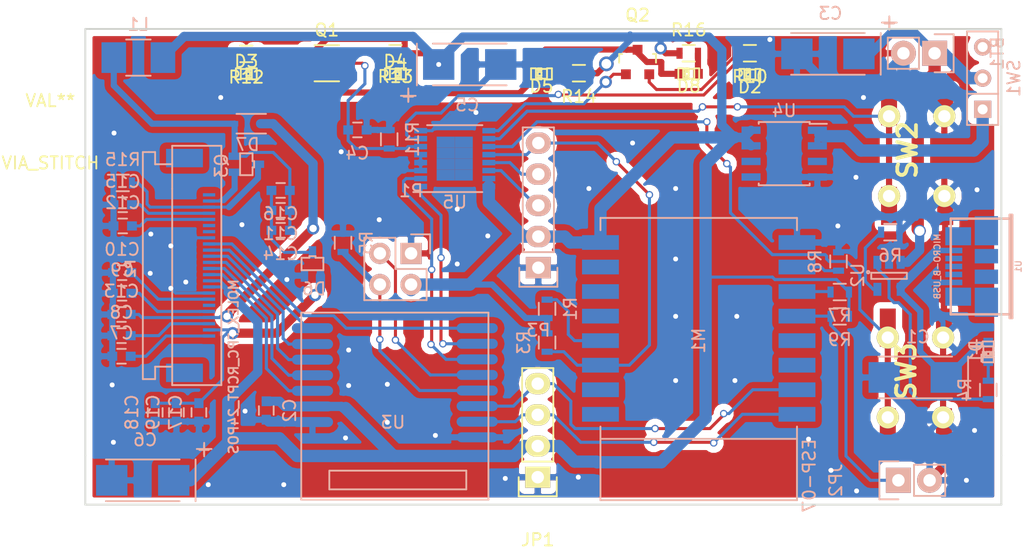
<source format=kicad_pcb>
(kicad_pcb (version 4) (host pcbnew "(2015-04-29 BZR 5630)-product")
  (layers (0 F.Cu signal) (31 B.Cu signal) (34 B.Paste user) (35 F.Paste user) (36 B.SilkS user) (37 F.SilkS user) (38 B.Mask user) (39 F.Mask user) (44 Edge.Cuts user))
  (net 0 "")
  (net 1 +BATT)
  (net 2 GND)
  (net 3 "Net-(C1-Pad1)")
  (net 4 +3.3V)
  (net 5 "Net-(C4-Pad1)")
  (net 6 /VCOM)
  (net 7 /VSL)
  (net 8 /VSH)
  (net 9 /VDD)
  (net 10 "Net-(C11-Pad2)")
  (net 11 "Net-(C11-Pad1)")
  (net 12 /VGH)
  (net 13 /PREVGH)
  (net 14 /PREVGL)
  (net 15 /VGL)
  (net 16 "Net-(D1-Pad2)")
  (net 17 "Net-(D2-Pad1)")
  (net 18 "Net-(D3-Pad1)")
  (net 19 "Net-(D3-Pad2)")
  (net 20 "Net-(D4-Pad1)")
  (net 21 "Net-(D5-Pad1)")
  (net 22 /ESP_TXD)
  (net 23 /ESP_RXD)
  (net 24 "Net-(M1-Pad1)")
  (net 25 "Net-(M1-Pad2)")
  (net 26 "Net-(M1-Pad5)")
  (net 27 "Net-(M1-Pad6)")
  (net 28 "Net-(M1-Pad7)")
  (net 29 "Net-(M1-Pad10)")
  (net 30 "Net-(M1-Pad13)")
  (net 31 "Net-(M1-Pad14)")
  (net 32 "Net-(M1-Pad11)")
  (net 33 "Net-(R4-Pad2)")
  (net 34 "Net-(P1-Pad4)")
  (net 35 "Net-(R6-Pad1)")
  (net 36 /NOTIF_LED)
  (net 37 /RESE)
  (net 38 "Net-(U1-Pad2)")
  (net 39 "Net-(U1-Pad3)")
  (net 40 "Net-(U1-Pad4)")
  (net 41 /SDA)
  (net 42 /SCLK)
  (net 43 /nCS)
  (net 44 "Net-(P1-Pad2)")
  (net 45 /nDC)
  (net 46 /nRES)
  (net 47 /BUSY)
  (net 48 SHUTDOWN)
  (net 49 "Net-(U4-Pad5)")
  (net 50 "Net-(U4-Pad6)")
  (net 51 "Net-(D8-Pad1)")
  (net 52 "Net-(JP2-Pad1)")
  (net 53 /NC1)
  (net 54 /GDR)
  (net 55 /TSCL)
  (net 56 /TSDA)
  (net 57 /VPP)
  (net 58 "Net-(P3-Pad3)")
  (net 59 "Net-(P3-Pad4)")
  (net 60 "Net-(SW1-Pad1)")
  (net 61 "Net-(SW1-Pad3)")
  (net 62 /BUTTON_0)
  (net 63 /BUTTON_1)
  (net 64 /BACKLIGHT)
  (net 65 /IO_SDA)
  (net 66 /IO_SCL)
  (net 67 "Net-(M1-Pad4)")
  (net 68 /ESP_CH_PD)
  (module via:VIA_0.6_0.4 (layer F.Cu) (at 80.0608 75.6412)
    (fp_text reference GND48 hide)
    (fp_text value GND hide)
    (pad 2 thru_hole circle (at 0 0) (size 0.6 0.6) (drill 0.4) (layers *.Cu) (net 2 GND))
  )
  (module via:VIA_0.6_0.4 (layer F.Cu) (at 71.882 73.4568)
    (fp_text reference GND48 hide)
    (fp_text value GND hide)
    (pad 2 thru_hole circle (at 0 0) (size 0.6 0.6) (drill 0.4) (layers *.Cu) (net 2 GND))
  )
  (module via:VIA_0.6_0.4 (layer F.Cu) (at 61.214 50.8)
    (fp_text reference GND411 hide)
    (fp_text value GND hide)
    (pad 2 thru_hole circle (at 0 0) (size 0.6 0.6) (drill 0.4) (layers *.Cu) (net 2 GND))
  )
  (module via:VIA_0.6_0.4 (layer F.Cu) (at 71.628 58.2676)
    (fp_text reference GND410 hide)
    (fp_text value GND hide)
    (pad 2 thru_hole circle (at 0 0) (size 0.6 0.6) (drill 0.4) (layers *.Cu) (net 2 GND))
  )
  (module via:VIA_0.6_0.4 (layer F.Cu) (at 75.2856 62.738)
    (fp_text reference GND49 hide)
    (fp_text value GND hide)
    (pad 2 thru_hole circle (at 0 0) (size 0.6 0.6) (drill 0.4) (layers *.Cu) (net 2 GND))
  )
  (module via:VIA_0.6_0.4 (layer F.Cu) (at 68.8848 79.4512)
    (fp_text reference GND48 hide)
    (fp_text value GND hide)
    (pad 2 thru_hole circle (at 0 0) (size 0.6 0.6) (drill 0.4) (layers *.Cu) (net 2 GND))
  )
  (module via:VIA_0.6_0.4 (layer F.Cu) (at 69.9008 47.9044)
    (fp_text reference GND47 hide)
    (fp_text value GND hide)
    (pad 2 thru_hole circle (at 0 0) (size 0.6 0.6) (drill 0.4) (layers *.Cu) (net 2 GND))
  )
  (module via:VIA_0.6_0.4 (layer F.Cu) (at 75.0316 79.4512)
    (fp_text reference GND46 hide)
    (fp_text value GND hide)
    (pad 2 thru_hole circle (at 0 0) (size 0.6 0.6) (drill 0.4) (layers *.Cu) (net 2 GND))
  )
  (module via:VIA_0.6_0.4 (layer F.Cu) (at 61.1632 75.9968)
    (fp_text reference GND45 hide)
    (fp_text value GND hide)
    (pad 2 thru_hole circle (at 0 0) (size 0.6 0.6) (drill 0.4) (layers *.Cu) (net 2 GND))
  )
  (module via:VIA_0.6_0.4 (layer F.Cu) (at 61.0616 71.3232)
    (fp_text reference GND44 hide)
    (fp_text value GND hide)
    (pad 2 thru_hole circle (at 0 0) (size 0.6 0.6) (drill 0.4) (layers *.Cu) (net 2 GND))
  )
  (module via:VIA_0.6_0.4 (layer F.Cu) (at 64.1604 62.23)
    (fp_text reference GND43 hide)
    (fp_text value GND hide)
    (pad 2 thru_hole circle (at 0 0) (size 0.6 0.6) (drill 0.4) (layers *.Cu) (net 2 GND))
  )
  (module via:VIA_0.6_0.4 (layer F.Cu) (at 67.056 62.9412)
    (fp_text reference GND42 hide)
    (fp_text value GND hide)
    (pad 2 thru_hole circle (at 0 0) (size 0.6 0.6) (drill 0.4) (layers *.Cu) (net 2 GND))
  )
  (module w_conn_pc:conn_usb_B_micro_smd (layer B.Cu) (at 132.2324 61.6712 270)
    (fp_text reference U1 (at 0 -2.60096 270) (layer B.SilkS) (effects (font (size 0.50038 0.50038) (thickness 0.09906)) (justify mirror)))
    (fp_text value MICRO-B_USB (at 0 4.0005 270) (layer B.SilkS) (effects (font (size 0.50038 0.50038) (thickness 0.09906)) (justify mirror)))
    (pad "" smd rect (at -0.8382 0 270) (size 1.17348 1.89738) (layers B.Cu B.Paste B.Mask))
    (pad "" smd rect (at 0.8382 0 270) (size 1.17348 1.89738) (layers B.Cu B.Paste B.Mask))
    (pad "" smd rect (at 2.91338 0 270) (size 2.3749 1.89738) (layers B.Cu B.Paste B.Mask))
    (pad "" smd rect (at -2.91338 0 270) (size 2.3749 1.89738) (layers B.Cu B.Paste B.Mask))
    (pad "" smd rect (at 2.46126 2.2987 270) (size 1.4732 2.10058) (layers B.Cu B.Paste B.Mask))
    (pad "" smd rect (at -2.46126 2.2987 270) (size 1.4732 2.10058) (layers B.Cu B.Paste B.Mask))
    (pad 1 smd rect (at -1.30048 2.95938 270) (size 0.44958 2) (layers B.Cu B.Paste B.Mask) (net 3 "Net-(C1-Pad1)"))
    (pad 2 smd rect (at -0.65024 2.65938 270) (size 0.44958 1.37922) (layers B.Cu B.Paste B.Mask) (net 38 "Net-(U1-Pad2)"))
    (pad 3 smd rect (at 0 2.65938 270) (size 0.44958 1.37922) (layers B.Cu B.Paste B.Mask) (net 39 "Net-(U1-Pad3)"))
    (pad 4 smd rect (at 0.65024 2.65938 270) (size 0.44958 1.37922) (layers B.Cu B.Paste B.Mask) (net 40 "Net-(U1-Pad4)"))
    (pad 5 smd rect (at 1.30048 2.95938 270) (size 0.44958 2) (layers B.Cu B.Paste B.Mask) (net 2 GND))
  )
  (module via:VIA_0.6_0.4 (layer F.Cu) (at 68.3768 73.0504)
    (fp_text reference GND61 hide)
    (fp_text value GND hide)
  )
  (module via:VIA_0.6_0.4 (layer F.Cu) (at 71.0184 75.7428)
    (fp_text reference GND52 hide)
    (fp_text value GND hide)
  )
  (module via:VIA_0.6_0.4 (layer F.Cu) (at 122.2248 47.9044)
    (fp_text reference GND51 hide)
    (fp_text value GND hide)
    (pad 2 thru_hole circle (at 0 0) (size 0.6 0.6) (drill 0.4) (layers *.Cu) (net 2 GND))
  )
  (module via:VIA_0.6_0.4 (layer F.Cu) (at 64.2112 59.0296)
    (fp_text reference GND41 hide)
    (fp_text value GND hide)
    (pad 2 thru_hole circle (at 0 0) (size 0.6 0.6) (drill 0.4) (layers *.Cu) (net 2 GND))
  )
  (module via:VIA_0.6_0.4 (layer F.Cu) (at 64.9224 74.0664 270)
    (fp_text reference GND42 hide)
    (fp_text value GND hide)
  )
  (module via:VIA_0.6_0.4 (layer F.Cu) (at 106.934 70.9676)
    (fp_text reference GND41 hide)
    (fp_text value GND hide)
    (pad 2 thru_hole circle (at 0 0) (size 0.6 0.6) (drill 0.4) (layers *.Cu) (net 2 GND))
  )
  (module via:VIA_0.6_0.4 (layer F.Cu) (at 60.8584 75.7428)
    (fp_text reference GND34 hide)
    (fp_text value GND hide)
  )
  (module via:VIA_0.6_0.4 (layer F.Cu) (at 99.0092 78.8416)
    (fp_text reference GND33 hide)
    (fp_text value GND hide)
    (pad 2 thru_hole circle (at 0 0) (size 0.6 0.6) (drill 0.4) (layers *.Cu) (net 2 GND))
  )
  (module via:VIA_0.6_0.4 (layer F.Cu) (at 89.154 61.468)
    (fp_text reference GND32 hide)
    (fp_text value GND hide)
    (pad 2 thru_hole circle (at 0 0) (size 0.6 0.6) (drill 0.4) (layers *.Cu) (net 2 GND))
  )
  (module via:VIA_0.6_0.4 (layer F.Cu) (at 91.6432 59.182)
    (fp_text reference GND31 hide)
    (fp_text value GND hide)
    (pad 2 thru_hole circle (at 0 0) (size 0.6 0.6) (drill 0.4) (layers *.Cu) (net 2 GND))
  )
  (module via:VIA_0.6_0.4 (layer F.Cu) (at 106.934 61.0616)
    (fp_text reference GND30 hide)
    (fp_text value GND hide)
    (pad 2 thru_hole circle (at 0 0) (size 0.6 0.6) (drill 0.4) (layers *.Cu) (net 2 GND))
  )
  (module via:VIA_0.6_0.4 (layer F.Cu) (at 106.934 65.7352)
    (fp_text reference GND29 hide)
    (fp_text value GND hide)
    (pad 2 thru_hole circle (at 0 0) (size 0.6 0.6) (drill 0.4) (layers *.Cu) (net 2 GND))
  )
  (module via:VIA_0.6_0.4 (layer F.Cu) (at 111.9124 65.7352)
    (fp_text reference GND28 hide)
    (fp_text value GND hide)
    (pad 2 thru_hole circle (at 0 0) (size 0.6 0.6) (drill 0.4) (layers *.Cu) (net 2 GND))
  )
  (module via:VIA_0.6_0.4 (layer F.Cu) (at 111.76 70.9676)
    (fp_text reference GND27 hide)
    (fp_text value GND hide)
    (pad 2 thru_hole circle (at 0 0) (size 0.6 0.6) (drill 0.4) (layers *.Cu) (net 2 GND))
  )
  (module via:VIA_0.6_0.4 (layer F.Cu) (at 106.934 55.3212)
    (fp_text reference GND26 hide)
    (fp_text value GND hide)
    (pad 2 thru_hole circle (at 0 0) (size 0.6 0.6) (drill 0.4) (layers *.Cu) (net 2 GND))
  )
  (module via:VIA_0.6_0.4 (layer F.Cu) (at 99.8728 55.3212)
    (fp_text reference GND25 hide)
    (fp_text value GND hide)
    (pad 2 thru_hole circle (at 0 0) (size 0.6 0.6) (drill 0.4) (layers *.Cu) (net 2 GND))
  )
  (module via:VIA_0.6_0.4 (layer F.Cu) (at 83.4644 74.3712)
    (fp_text reference GND24 hide)
    (fp_text value GND hide)
    (pad 2 thru_hole circle (at 0 0) (size 0.6 0.6) (drill 0.4) (layers *.Cu) (net 2 GND))
  )
  (module via:VIA_0.6_0.4 (layer F.Cu) (at 83.4644 71.2724)
    (fp_text reference GND23 hide)
    (fp_text value GND hide)
    (pad 2 thru_hole circle (at 0 0) (size 0.6 0.6) (drill 0.4) (layers *.Cu) (net 2 GND))
  )
  (module via:VIA_0.6_0.4 (layer F.Cu) (at 89.154 56.9976)
    (fp_text reference GND22 hide)
    (fp_text value GND hide)
    (pad 2 thru_hole circle (at 0 0) (size 0.6 0.6) (drill 0.4) (layers *.Cu) (net 2 GND))
  )
  (module via:VIA_0.6_0.4 (layer F.Cu) (at 120.142 58.3692)
    (fp_text reference GND20 hide)
    (fp_text value GND hide)
    (pad 2 thru_hole circle (at 0 0) (size 0.6 0.6) (drill 0.4) (layers *.Cu) (net 2 GND))
  )
  (module via:VIA_0.6_0.4 (layer F.Cu) (at 121.6152 54.4068)
    (fp_text reference GND19 hide)
    (fp_text value GND hide)
    (pad 2 thru_hole circle (at 0 0) (size 0.6 0.6) (drill 0.4) (layers *.Cu) (net 2 GND))
  )
  (module via:VIA_0.6_0.4 (layer F.Cu) (at 121.666 79.9592)
    (fp_text reference GND18 hide)
    (fp_text value GND hide)
    (pad 2 thru_hole circle (at 0 0) (size 0.6 0.6) (drill 0.4) (layers *.Cu) (net 2 GND))
  )
  (module via:VIA_0.6_0.4 (layer F.Cu) (at 131.4704 55.4228)
    (fp_text reference GND17 hide)
    (fp_text value GND hide)
    (pad 2 thru_hole circle (at 0 0) (size 0.6 0.6) (drill 0.4) (layers *.Cu) (net 2 GND))
  )
  (module via:VIA_0.6_0.4 (layer F.Cu) (at 103.4288 51.6128)
    (fp_text reference GND16 hide)
    (fp_text value GND hide)
    (pad 2 thru_hole circle (at 0 0) (size 0.6 0.6) (drill 0.4) (layers *.Cu) (net 2 GND))
  )
  (module via:VIA_0.6_0.4 (layer F.Cu) (at 80.3148 71.374)
    (fp_text reference GND15 hide)
    (fp_text value GND hide)
    (pad 2 thru_hole circle (at 0 0) (size 0.6 0.6) (drill 0.4) (layers *.Cu) (net 2 GND))
  )
  (module via:VIA_0.6_0.4 (layer F.Cu) (at 80.3148 68.4784)
    (fp_text reference GND14 hide)
    (fp_text value GND hide)
    (pad 2 thru_hole circle (at 0 0) (size 0.6 0.6) (drill 0.4) (layers *.Cu) (net 2 GND))
  )
  (module via:VIA_0.6_0.4 (layer F.Cu) (at 130.6068 79.0956)
    (fp_text reference GND10 hide)
    (fp_text value GND hide)
    (pad 2 thru_hole circle (at 0 0) (size 0.6 0.6) (drill 0.4) (layers *.Cu) (net 2 GND))
  )
  (module via:VIA_0.6_0.4 (layer F.Cu) (at 131.2672 75.0316)
    (fp_text reference GND9 hide)
    (fp_text value GND hide)
    (pad 2 thru_hole circle (at 0 0) (size 0.6 0.6) (drill 0.4) (layers *.Cu) (net 2 GND))
  )
  (module via:VIA_0.6_0.4 (layer F.Cu) (at 119.5832 78.2828)
    (fp_text reference GND8 hide)
    (fp_text value GND hide)
    (pad 2 thru_hole circle (at 0 0) (size 0.6 0.6) (drill 0.4) (layers *.Cu) (net 2 GND))
  )
  (module via:VIA_0.6_0.4 (layer F.Cu) (at 117.7544 75.7428)
    (fp_text reference GND7 hide)
    (fp_text value GND hide)
    (pad 2 thru_hole circle (at 0 0) (size 0.6 0.6) (drill 0.4) (layers *.Cu) (net 2 GND))
  )
  (module via:VIA_0.6_0.4 (layer F.Cu) (at 93.0656 78.9432)
    (fp_text reference GND6 hide)
    (fp_text value GND hide)
    (pad 2 thru_hole circle (at 0 0) (size 0.6 0.6) (drill 0.4) (layers *.Cu) (net 2 GND))
  )
  (module via:VIA_0.6_0.4 (layer F.Cu) (at 79.7052 52.324)
    (fp_text reference GND3 hide)
    (fp_text value GND hide)
    (pad 2 thru_hole circle (at 0 0) (size 0.6 0.6) (drill 0.4) (layers *.Cu) (net 2 GND))
  )
  (module via:VIA_0.6_0.4 (layer F.Cu) (at 82.804 57.8612)
    (fp_text reference GND2 hide)
    (fp_text value GND hide)
    (pad 2 thru_hole circle (at 0 0) (size 0.6 0.6) (drill 0.4) (layers *.Cu) (net 2 GND))
  )
  (module Capacitors_Tantalum_SMD:TantalC_SizeC_EIA-6032_Reflow (layer B.Cu) (at 126.4412 70.7136 180)
    (fp_text reference C1 (at -0.20066 3.29946 180) (layer B.SilkS) (effects (justify mirror)))
    (fp_text value 4.7uF)
    (fp_text user + (at -4.99872 2.55016 180) (layer B.SilkS) (effects (justify mirror)))
    (pad 2 smd rect (at 2.52476 0 180) (size 2.55016 2.49936) (layers B.Cu B.Paste B.Mask) (net 2 GND))
    (pad 1 smd rect (at -2.52476 0 180) (size 2.55016 2.49936) (layers B.Cu B.Paste B.Mask) (net 3 "Net-(C1-Pad1)"))
  )
  (module Capacitors_SMD:C_0603 (layer B.Cu) (at 73.6092 73.406 90)
    (fp_text reference C2 (at 0 1.9 90) (layer B.SilkS) (effects (justify mirror)))
    (fp_text value C)
    (pad 1 smd rect (at -0.75 0 90) (size 0.8 0.75) (layers B.Cu B.Paste B.Mask) (net 2 GND))
    (pad 2 smd rect (at 0.75 0 90) (size 0.8 0.75) (layers B.Cu B.Paste B.Mask) (net 4 +3.3V))
  )
  (module Capacitors_Tantalum_SMD:TantalC_SizeC_EIA-6032_Reflow (layer B.Cu) (at 119.3292 44.3484 180)
    (fp_text reference C3 (at -0.20066 3.29946 180) (layer B.SilkS) (effects (justify mirror)))
    (fp_text value 4.7uF)
    (fp_text user + (at -4.99872 2.55016 180) (layer B.SilkS) (effects (justify mirror)))
    (pad 2 smd rect (at 2.52476 0 180) (size 2.55016 2.49936) (layers B.Cu B.Paste B.Mask) (net 2 GND))
    (pad 1 smd rect (at -2.52476 0 180) (size 2.55016 2.49936) (layers B.Cu B.Paste B.Mask) (net 1 +BATT))
  )
  (module Capacitors_SMD:C_0603 (layer B.Cu) (at 81.026 50.546)
    (fp_text reference C4 (at 0 1.9) (layer B.SilkS) (effects (justify mirror)))
    (fp_text value C)
    (pad 1 smd rect (at -0.75 0) (size 0.8 0.75) (layers B.Cu B.Paste B.Mask) (net 5 "Net-(C4-Pad1)"))
    (pad 2 smd rect (at 0.75 0) (size 0.8 0.75) (layers B.Cu B.Paste B.Mask) (net 2 GND))
  )
  (module Capacitors_Tantalum_SMD:TantalC_SizeC_EIA-6032_Reflow (layer B.Cu) (at 90.17 45.212)
    (fp_text reference C5 (at -0.20066 3.29946) (layer B.SilkS) (effects (justify mirror)))
    (fp_text value 4.7uF)
    (fp_text user + (at -4.99872 2.55016) (layer B.SilkS) (effects (justify mirror)))
    (pad 2 smd rect (at 2.52476 0) (size 2.55016 2.49936) (layers B.Cu B.Paste B.Mask) (net 2 GND))
    (pad 1 smd rect (at -2.52476 0) (size 2.55016 2.49936) (layers B.Cu B.Paste B.Mask) (net 4 +3.3V))
  )
  (module Capacitors_Tantalum_SMD:TantalC_SizeC_EIA-6032_Reflow (layer B.Cu) (at 63.5508 79.0956 180)
    (fp_text reference C6 (at -0.20066 3.29946 180) (layer B.SilkS) (effects (justify mirror)))
    (fp_text value 4u7/6V)
    (fp_text user + (at -4.99872 2.55016 180) (layer B.SilkS) (effects (justify mirror)))
    (pad 2 smd rect (at 2.52476 0 180) (size 2.55016 2.49936) (layers B.Cu B.Paste B.Mask) (net 2 GND))
    (pad 1 smd rect (at -2.52476 0 180) (size 2.55016 2.49936) (layers B.Cu B.Paste B.Mask) (net 4 +3.3V))
  )
  (module Capacitors_SMD:C_0603 (layer B.Cu) (at 61.8236 68.9864 180)
    (fp_text reference C7 (at 0 1.9 180) (layer B.SilkS) (effects (justify mirror)))
    (fp_text value 1u/25V)
    (pad 1 smd rect (at -0.75 0 180) (size 0.8 0.75) (layers B.Cu B.Paste B.Mask) (net 6 /VCOM))
    (pad 2 smd rect (at 0.75 0 180) (size 0.8 0.75) (layers B.Cu B.Paste B.Mask) (net 2 GND))
  )
  (module Capacitors_SMD:C_0603 (layer B.Cu) (at 61.8236 67.31 180)
    (fp_text reference C8 (at 0 1.9 180) (layer B.SilkS) (effects (justify mirror)))
    (fp_text value 1u/25V)
    (pad 1 smd rect (at -0.75 0 180) (size 0.8 0.75) (layers B.Cu B.Paste B.Mask) (net 7 /VSL))
    (pad 2 smd rect (at 0.75 0 180) (size 0.8 0.75) (layers B.Cu B.Paste B.Mask) (net 2 GND))
  )
  (module Capacitors_SMD:C_0603 (layer B.Cu) (at 61.8744 63.8556 180)
    (fp_text reference C9 (at 0 1.9 180) (layer B.SilkS) (effects (justify mirror)))
    (fp_text value 1u/25V)
    (pad 1 smd rect (at -0.75 0 180) (size 0.8 0.75) (layers B.Cu B.Paste B.Mask) (net 8 /VSH))
    (pad 2 smd rect (at 0.75 0 180) (size 0.8 0.75) (layers B.Cu B.Paste B.Mask) (net 2 GND))
  )
  (module Capacitors_SMD:C_0603 (layer B.Cu) (at 61.8744 62.1792 180)
    (fp_text reference C10 (at 0 1.9 180) (layer B.SilkS) (effects (justify mirror)))
    (fp_text value 1u/6V)
    (pad 1 smd rect (at -0.75 0 180) (size 0.8 0.75) (layers B.Cu B.Paste B.Mask) (net 9 /VDD))
    (pad 2 smd rect (at 0.75 0 180) (size 0.8 0.75) (layers B.Cu B.Paste B.Mask) (net 2 GND))
  )
  (module Capacitors_SMD:C_0603 (layer B.Cu) (at 61.9252 58.3692 180)
    (fp_text reference C12 (at 0 1.9 180) (layer B.SilkS) (effects (justify mirror)))
    (fp_text value 1u/25V)
    (pad 1 smd rect (at -0.75 0 180) (size 0.8 0.75) (layers B.Cu B.Paste B.Mask) (net 12 /VGH))
    (pad 2 smd rect (at 0.75 0 180) (size 0.8 0.75) (layers B.Cu B.Paste B.Mask) (net 2 GND))
  )
  (module Capacitors_SMD:C_0603 (layer B.Cu) (at 61.8236 65.5828 180)
    (fp_text reference C13 (at 0 1.9 180) (layer B.SilkS) (effects (justify mirror)))
    (fp_text value 1u/50V)
    (pad 1 smd rect (at -0.75 0 180) (size 0.8 0.75) (layers B.Cu B.Paste B.Mask) (net 13 /PREVGH))
    (pad 2 smd rect (at 0.75 0 180) (size 0.8 0.75) (layers B.Cu B.Paste B.Mask) (net 2 GND))
  )
  (module Capacitors_SMD:C_0603 (layer B.Cu) (at 61.9252 56.642 180)
    (fp_text reference C15 (at 0 1.9 180) (layer B.SilkS) (effects (justify mirror)))
    (fp_text value 1u/25V)
    (pad 1 smd rect (at -0.75 0 180) (size 0.8 0.75) (layers B.Cu B.Paste B.Mask) (net 15 /VGL))
    (pad 2 smd rect (at 0.75 0 180) (size 0.8 0.75) (layers B.Cu B.Paste B.Mask) (net 2 GND))
  )
  (module LEDs:LED-0603 (layer B.Cu) (at 132.3848 68.6308 270)
    (fp_text reference D1 (at 0 1.016 270) (layer B.SilkS) (effects (justify mirror)))
    (fp_text value LED)
    (pad 1 smd rect (at -0.7493 0 270) (size 0.79756 0.79756) (layers B.Cu B.Paste B.Mask) (net 3 "Net-(C1-Pad1)"))
    (pad 2 smd rect (at 0.7493 0 270) (size 0.79756 0.79756) (layers B.Cu B.Paste B.Mask) (net 16 "Net-(D1-Pad2)"))
  )
  (module LEDs:LED-0603 (layer F.Cu) (at 112.9792 46.0248 180)
    (fp_text reference D2 (at 0 -1.016 180) (layer F.SilkS))
    (fp_text value LED)
    (pad 1 smd rect (at -0.7493 0 180) (size 0.79756 0.79756) (layers F.Cu F.Paste F.Mask) (net 17 "Net-(D2-Pad1)"))
    (pad 2 smd rect (at 0.7493 0 180) (size 0.79756 0.79756) (layers F.Cu F.Paste F.Mask) (net 2 GND))
  )
  (module LEDs:LED-0603 (layer F.Cu) (at 71.9836 45.974)
    (fp_text reference D3 (at 0 -1.016) (layer F.SilkS))
    (fp_text value LED)
    (pad 1 smd rect (at -0.7493 0) (size 0.79756 0.79756) (layers F.Cu F.Paste F.Mask) (net 18 "Net-(D3-Pad1)"))
    (pad 2 smd rect (at 0.7493 0) (size 0.79756 0.79756) (layers F.Cu F.Paste F.Mask) (net 19 "Net-(D3-Pad2)"))
  )
  (module LEDs:LED-0603 (layer F.Cu) (at 84.1248 45.974)
    (fp_text reference D4 (at 0 -1.016) (layer F.SilkS))
    (fp_text value LED)
    (pad 1 smd rect (at -0.7493 0) (size 0.79756 0.79756) (layers F.Cu F.Paste F.Mask) (net 20 "Net-(D4-Pad1)"))
    (pad 2 smd rect (at 0.7493 0) (size 0.79756 0.79756) (layers F.Cu F.Paste F.Mask) (net 19 "Net-(D3-Pad2)"))
  )
  (module LEDs:LED-0603 (layer F.Cu) (at 96.012 45.974 180)
    (fp_text reference D5 (at 0 -1.016 180) (layer F.SilkS))
    (fp_text value LED)
    (pad 1 smd rect (at -0.7493 0 180) (size 0.79756 0.79756) (layers F.Cu F.Paste F.Mask) (net 21 "Net-(D5-Pad1)"))
    (pad 2 smd rect (at 0.7493 0 180) (size 0.79756 0.79756) (layers F.Cu F.Paste F.Mask) (net 19 "Net-(D3-Pad2)"))
  )
  (module Pin_Headers:Pin_Header_Straight_1x04 (layer F.Cu) (at 95.7072 78.8416 180)
    (fp_text reference JP1 (at 0 -5.1 180) (layer F.SilkS))
    (fp_text value UART)
    (pad 1 thru_hole rect (at 0 0 180) (size 2.032 1.7272) (drill 1.016) (layers *.Cu *.Mask F.SilkS) (net 2 GND))
    (pad 2 thru_hole oval (at 0 2.54 180) (size 2.032 1.7272) (drill 1.016) (layers *.Cu *.Mask F.SilkS) (net 4 +3.3V))
    (pad 3 thru_hole oval (at 0 5.08 180) (size 2.032 1.7272) (drill 1.016) (layers *.Cu *.Mask F.SilkS) (net 22 /ESP_TXD))
    (pad 4 thru_hole oval (at 0 7.62 180) (size 2.032 1.7272) (drill 1.016) (layers *.Cu *.Mask F.SilkS) (net 23 /ESP_RXD))
  )
  (module ESP8266:ESP-07 (layer B.Cu) (at 108.8136 67.7164 90)
    (fp_text reference M1 (at 0 0 90) (layer B.SilkS) (effects (justify mirror)))
    (fp_text value ESP-07 (at -11 9 90) (layer B.SilkS) (effects (justify mirror)))
    (pad 1 smd rect (at -6 -8 90) (size 1.2 3) (layers B.Cu B.Paste B.Mask) (net 24 "Net-(M1-Pad1)"))
    (pad 2 smd rect (at -4 -8 90) (size 1.2 3) (layers B.Cu B.Paste B.Mask) (net 25 "Net-(M1-Pad2)"))
    (pad 3 smd rect (at -2 -8 90) (size 1.2 3) (layers B.Cu B.Paste B.Mask) (net 68 /ESP_CH_PD))
    (pad 4 smd rect (at 0 -8 90) (size 1.2 3) (layers B.Cu B.Paste B.Mask) (net 67 "Net-(M1-Pad4)"))
    (pad 5 smd rect (at 2 -8 90) (size 1.2 3) (layers B.Cu B.Paste B.Mask) (net 26 "Net-(M1-Pad5)"))
    (pad 6 smd rect (at 4 -8 90) (size 1.2 3) (layers B.Cu B.Paste B.Mask) (net 27 "Net-(M1-Pad6)"))
    (pad 7 smd rect (at 6 -8 90) (size 1.2 3) (layers B.Cu B.Paste B.Mask) (net 28 "Net-(M1-Pad7)"))
    (pad 8 smd rect (at 8 -8 90) (size 1.2 3) (layers B.Cu B.Paste B.Mask) (net 4 +3.3V))
    (pad 9 smd rect (at 8 8 90) (size 1.2 3) (layers B.Cu B.Paste B.Mask) (net 2 GND))
    (pad 10 smd rect (at 6 8 90) (size 1.2 3) (layers B.Cu B.Paste B.Mask) (net 29 "Net-(M1-Pad10)"))
    (pad 12 smd rect (at 2 8 90) (size 1.2 3) (layers B.Cu B.Paste B.Mask) (net 52 "Net-(JP2-Pad1)"))
    (pad 13 smd rect (at 0 8 90) (size 1.2 3) (layers B.Cu B.Paste B.Mask) (net 30 "Net-(M1-Pad13)"))
    (pad 14 smd rect (at -2 8 90) (size 1.2 3) (layers B.Cu B.Paste B.Mask) (net 31 "Net-(M1-Pad14)"))
    (pad 15 smd rect (at -4 8 90) (size 1.2 3) (layers B.Cu B.Paste B.Mask) (net 23 /ESP_RXD))
    (pad 16 smd rect (at -6 8 90) (size 1.2 3) (layers B.Cu B.Paste B.Mask) (net 22 /ESP_TXD))
    (pad 11 smd rect (at 4 8 90) (size 1.2 3) (layers B.Cu B.Paste B.Mask) (net 32 "Net-(M1-Pad11)"))
  )
  (module Resistors_SMD:R_0603 (layer B.Cu) (at 96.4692 65.1256 90)
    (fp_text reference R1 (at 0 1.9 90) (layer B.SilkS) (effects (justify mirror)))
    (fp_text value 10K)
    (pad 1 smd rect (at -0.75 0 90) (size 0.5 0.9) (layers B.Cu B.Paste B.Mask) (net 4 +3.3V))
    (pad 2 smd rect (at 0.75 0 90) (size 0.5 0.9) (layers B.Cu B.Paste B.Mask) (net 67 "Net-(M1-Pad4)"))
  )
  (module Resistors_SMD:R_0603 (layer B.Cu) (at 96.4692 67.8688 270)
    (fp_text reference R3 (at 0 1.9 270) (layer B.SilkS) (effects (justify mirror)))
    (fp_text value 10K)
    (pad 1 smd rect (at -0.75 0 270) (size 0.5 0.9) (layers B.Cu B.Paste B.Mask) (net 4 +3.3V))
    (pad 2 smd rect (at 0.75 0 270) (size 0.5 0.9) (layers B.Cu B.Paste B.Mask) (net 68 /ESP_CH_PD))
  )
  (module Resistors_SMD:R_0603 (layer B.Cu) (at 132.3848 71.7296 270)
    (fp_text reference R4 (at 0 1.9 270) (layer B.SilkS) (effects (justify mirror)))
    (fp_text value R)
    (pad 1 smd rect (at -0.75 0 270) (size 0.5 0.9) (layers B.Cu B.Paste B.Mask) (net 16 "Net-(D1-Pad2)"))
    (pad 2 smd rect (at 0.75 0 270) (size 0.5 0.9) (layers B.Cu B.Paste B.Mask) (net 33 "Net-(R4-Pad2)"))
  )
  (module Resistors_SMD:R_0603 (layer B.Cu) (at 79.8576 59.7408 90)
    (fp_text reference R5 (at 0 1.9 90) (layer B.SilkS) (effects (justify mirror)))
    (fp_text value 20K)
    (pad 1 smd rect (at -0.75 0 90) (size 0.5 0.9) (layers B.Cu B.Paste B.Mask) (net 34 "Net-(P1-Pad4)"))
    (pad 2 smd rect (at 0.75 0 90) (size 0.5 0.9) (layers B.Cu B.Paste B.Mask) (net 2 GND))
  )
  (module Resistors_SMD:R_0603 (layer B.Cu) (at 124.4092 58.8772)
    (fp_text reference R6 (at 0 1.9) (layer B.SilkS) (effects (justify mirror)))
    (fp_text value R)
    (pad 1 smd rect (at -0.75 0) (size 0.5 0.9) (layers B.Cu B.Paste B.Mask) (net 35 "Net-(R6-Pad1)"))
    (pad 2 smd rect (at 0.75 0) (size 0.5 0.9) (layers B.Cu B.Paste B.Mask) (net 2 GND))
  )
  (module Resistors_SMD:R_0603 (layer B.Cu) (at 120.2944 63.754)
    (fp_text reference R7 (at 0 1.9) (layer B.SilkS) (effects (justify mirror)))
    (fp_text value 10K)
    (pad 1 smd rect (at -0.75 0) (size 0.5 0.9) (layers B.Cu B.Paste B.Mask) (net 32 "Net-(M1-Pad11)"))
    (pad 2 smd rect (at 0.75 0) (size 0.5 0.9) (layers B.Cu B.Paste B.Mask) (net 4 +3.3V))
  )
  (module Resistors_SMD:R_0603 (layer B.Cu) (at 120.1928 61.2648 270)
    (fp_text reference R8 (at 0 1.9 270) (layer B.SilkS) (effects (justify mirror)))
    (fp_text value 10K)
    (pad 1 smd rect (at -0.75 0 270) (size 0.5 0.9) (layers B.Cu B.Paste B.Mask) (net 2 GND))
    (pad 2 smd rect (at 0.75 0 270) (size 0.5 0.9) (layers B.Cu B.Paste B.Mask) (net 29 "Net-(M1-Pad10)"))
  )
  (module Resistors_SMD:R_0603 (layer B.Cu) (at 120.2944 65.7352)
    (fp_text reference R9 (at 0 1.9) (layer B.SilkS) (effects (justify mirror)))
    (fp_text value 10K)
    (pad 1 smd rect (at -0.75 0) (size 0.5 0.9) (layers B.Cu B.Paste B.Mask) (net 52 "Net-(JP2-Pad1)"))
    (pad 2 smd rect (at 0.75 0) (size 0.5 0.9) (layers B.Cu B.Paste B.Mask) (net 4 +3.3V))
  )
  (module Resistors_SMD:R_0603 (layer F.Cu) (at 112.9792 44.2976 180)
    (fp_text reference R10 (at 0 -1.9 180) (layer F.SilkS))
    (fp_text value R)
    (pad 1 smd rect (at -0.75 0 180) (size 0.5 0.9) (layers F.Cu F.Paste F.Mask) (net 17 "Net-(D2-Pad1)"))
    (pad 2 smd rect (at 0.75 0 180) (size 0.5 0.9) (layers F.Cu F.Paste F.Mask) (net 36 /NOTIF_LED))
  )
  (module Resistors_SMD:R_0603 (layer B.Cu) (at 83.6168 51.308 90)
    (fp_text reference R11 (at 0 1.9 90) (layer B.SilkS) (effects (justify mirror)))
    (fp_text value R)
    (pad 1 smd rect (at -0.75 0 90) (size 0.5 0.9) (layers B.Cu B.Paste B.Mask) (net 5 "Net-(C4-Pad1)"))
    (pad 2 smd rect (at 0.75 0 90) (size 0.5 0.9) (layers B.Cu B.Paste B.Mask) (net 2 GND))
  )
  (module Resistors_SMD:R_0603 (layer F.Cu) (at 71.9836 44.3484 180)
    (fp_text reference R12 (at 0 -1.9 180) (layer F.SilkS))
    (fp_text value R)
    (pad 1 smd rect (at -0.75 0 180) (size 0.5 0.9) (layers F.Cu F.Paste F.Mask) (net 4 +3.3V))
    (pad 2 smd rect (at 0.75 0 180) (size 0.5 0.9) (layers F.Cu F.Paste F.Mask) (net 18 "Net-(D3-Pad1)"))
  )
  (module Resistors_SMD:R_0603 (layer F.Cu) (at 84.1248 44.2976 180)
    (fp_text reference R13 (at 0 -1.9 180) (layer F.SilkS))
    (fp_text value R)
    (pad 1 smd rect (at -0.75 0 180) (size 0.5 0.9) (layers F.Cu F.Paste F.Mask) (net 4 +3.3V))
    (pad 2 smd rect (at 0.75 0 180) (size 0.5 0.9) (layers F.Cu F.Paste F.Mask) (net 20 "Net-(D4-Pad1)"))
  )
  (module Resistors_SMD:R_0603 (layer F.Cu) (at 99.06 45.9232 180)
    (fp_text reference R14 (at 0 -1.9 180) (layer F.SilkS))
    (fp_text value R)
    (pad 1 smd rect (at -0.75 0 180) (size 0.5 0.9) (layers F.Cu F.Paste F.Mask) (net 4 +3.3V))
    (pad 2 smd rect (at 0.75 0 180) (size 0.5 0.9) (layers F.Cu F.Paste F.Mask) (net 21 "Net-(D5-Pad1)"))
  )
  (module Resistors_SMD:R_0603 (layer B.Cu) (at 61.9252 54.864 180)
    (fp_text reference R15 (at 0 1.9 180) (layer B.SilkS) (effects (justify mirror)))
    (fp_text value 3R)
    (pad 1 smd rect (at -0.75 0 180) (size 0.5 0.9) (layers B.Cu B.Paste B.Mask) (net 37 /RESE))
    (pad 2 smd rect (at 0.75 0 180) (size 0.5 0.9) (layers B.Cu B.Paste B.Mask) (net 2 GND))
  )
  (module Housings_SOT-23_SOT-143_TSOT-6:SOT-23-5 (layer B.Cu) (at 124.3076 62.4332 270)
    (fp_text reference U2 (at -0.05 2.55 270) (layer B.SilkS) (effects (justify mirror)))
    (fp_text value MCP73831)
    (pad 1 smd rect (at -1.1 0.95 270) (size 1.06 0.65) (layers B.Cu B.Paste B.Mask) (net 33 "Net-(R4-Pad2)"))
    (pad 2 smd rect (at -1.1 0 270) (size 1.06 0.65) (layers B.Cu B.Paste B.Mask) (net 2 GND))
    (pad 3 smd rect (at -1.1 -0.95 270) (size 1.06 0.65) (layers B.Cu B.Paste B.Mask) (net 1 +BATT))
    (pad 4 smd rect (at 1.1 -0.95 270) (size 1.06 0.65) (layers B.Cu B.Paste B.Mask) (net 3 "Net-(C1-Pad1)"))
    (pad 5 smd rect (at 1.1 0.95 270) (size 1.06 0.65) (layers B.Cu B.Paste B.Mask) (net 35 "Net-(R6-Pad1)"))
  )
  (module PTR5518:PTR5518 (layer B.Cu) (at 84.074 73.0504 180)
    (fp_text reference U3 (at 0.1524 -1.3208 180) (layer B.SilkS) (effects (justify mirror)))
    (fp_text value PTR5518)
    (pad 1 smd oval (at -6.7056 6.35 180) (size 3.3528 0.8128) (layers B.Cu B.Paste B.Mask) (net 47 /BUSY))
    (pad 2 smd oval (at -6.7056 5.08 180) (size 3.3528 0.8128) (layers B.Cu B.Paste B.Mask) (net 66 /IO_SCL))
    (pad 3 smd oval (at -6.7056 3.81 180) (size 3.3528 0.8128) (layers B.Cu B.Paste B.Mask) (net 65 /IO_SDA))
    (pad 4 smd oval (at -6.7056 2.54 180) (size 3.3528 0.8128) (layers B.Cu B.Paste B.Mask) (net 44 "Net-(P1-Pad2)"))
    (pad 5 smd oval (at -6.7056 1.27 180) (size 3.3528 0.8128) (layers B.Cu B.Paste B.Mask) (net 34 "Net-(P1-Pad4)"))
    (pad 6 smd oval (at -6.7056 0 180) (size 3.3528 0.8128) (layers B.Cu B.Paste B.Mask) (net 23 /ESP_RXD))
    (pad 7 smd oval (at -6.7056 -1.27 180) (size 3.3528 0.8128) (layers B.Cu B.Paste B.Mask) (net 22 /ESP_TXD))
    (pad 8 smd oval (at -6.7056 -2.54 180) (size 3.3528 0.8128) (layers B.Cu B.Paste B.Mask) (net 2 GND))
    (pad 9 smd oval (at 6.7056 -1.2954 180) (size 3.3528 0.8128) (layers B.Cu B.Paste B.Mask) (net 2 GND))
    (pad 10 smd oval (at 6.7056 -0.0254 180) (size 3.3528 0.8128) (layers B.Cu B.Paste B.Mask) (net 4 +3.3V))
    (pad 11 smd oval (at 6.7056 1.2446 180) (size 3.3528 0.8128) (layers B.Cu B.Paste B.Mask) (net 41 /SDA))
    (pad 12 smd oval (at 6.7056 2.5146 180) (size 3.3528 0.8128) (layers B.Cu B.Paste B.Mask) (net 42 /SCLK))
    (pad 13 smd oval (at 6.7056 3.7846 180) (size 3.3528 0.8128) (layers B.Cu B.Paste B.Mask) (net 43 /nCS))
    (pad 14 smd oval (at 6.7056 5.0546 180) (size 3.3528 0.8128) (layers B.Cu B.Paste B.Mask) (net 45 /nDC))
    (pad 15 smd oval (at 6.7056 6.35 180) (size 3.3528 0.8128) (layers B.Cu B.Paste B.Mask) (net 46 /nRES))
  )
  (module Housings_SOIC:SOIC-8_3.9x4.9mm_Pitch1.27mm (layer B.Cu) (at 115.7732 52.4764 180)
    (fp_text reference U4 (at 0 3.5 180) (layer B.SilkS) (effects (justify mirror)))
    (fp_text value MCP1725)
    (pad 1 smd rect (at -2.7 1.905 180) (size 1.55 0.6) (layers B.Cu B.Paste B.Mask) (net 60 "Net-(SW1-Pad1)"))
    (pad 2 smd rect (at -2.7 0.635 180) (size 1.55 0.6) (layers B.Cu B.Paste B.Mask) (net 60 "Net-(SW1-Pad1)"))
    (pad 3 smd rect (at -2.7 -0.635 180) (size 1.55 0.6) (layers B.Cu B.Paste B.Mask) (net 48 SHUTDOWN))
    (pad 4 smd rect (at -2.7 -1.905 180) (size 1.55 0.6) (layers B.Cu B.Paste B.Mask) (net 2 GND))
    (pad 5 smd rect (at 2.7 -1.905 180) (size 1.55 0.6) (layers B.Cu B.Paste B.Mask) (net 49 "Net-(U4-Pad5)"))
    (pad 6 smd rect (at 2.7 -0.635 180) (size 1.55 0.6) (layers B.Cu B.Paste B.Mask) (net 50 "Net-(U4-Pad6)"))
    (pad 7 smd rect (at 2.7 0.635 180) (size 1.55 0.6) (layers B.Cu B.Paste B.Mask) (net 4 +3.3V))
    (pad 8 smd rect (at 2.7 1.905 180) (size 1.55 0.6) (layers B.Cu B.Paste B.Mask) (net 4 +3.3V))
  )
  (module Capacitors_SMD:C_0603 (layer B.Cu) (at 74.7776 55.4736)
    (fp_text reference C16 (at 0 1.9) (layer B.SilkS) (effects (justify mirror)))
    (fp_text value 1uF)
    (pad 1 smd rect (at -0.75 0) (size 0.8 0.75) (layers B.Cu B.Paste B.Mask) (net 11 "Net-(C11-Pad1)"))
    (pad 2 smd rect (at 0.75 0) (size 0.8 0.75) (layers B.Cu B.Paste B.Mask) (net 10 "Net-(C11-Pad2)"))
  )
  (module Capacitors_SMD:C_0603 (layer B.Cu) (at 68.1228 73.5584 270)
    (fp_text reference C17 (at 0 1.9 270) (layer B.SilkS) (effects (justify mirror)))
    (fp_text value 1uF)
    (pad 1 smd rect (at -0.75 0 270) (size 0.8 0.75) (layers B.Cu B.Paste B.Mask) (net 14 /PREVGL))
    (pad 2 smd rect (at 0.75 0 270) (size 0.8 0.75) (layers B.Cu B.Paste B.Mask) (net 2 GND))
  )
  (module Capacitors_SMD:C_0603 (layer B.Cu) (at 64.5668 73.5584 270)
    (fp_text reference C18 (at 0 1.9 270) (layer B.SilkS) (effects (justify mirror)))
    (fp_text value 1uF)
    (pad 1 smd rect (at -0.75 0 270) (size 0.8 0.75) (layers B.Cu B.Paste B.Mask) (net 14 /PREVGL))
    (pad 2 smd rect (at 0.75 0 270) (size 0.8 0.75) (layers B.Cu B.Paste B.Mask) (net 2 GND))
  )
  (module Capacitors_SMD:C_0603 (layer B.Cu) (at 66.294 73.5584 270)
    (fp_text reference C19 (at 0 1.9 270) (layer B.SilkS) (effects (justify mirror)))
    (fp_text value 1uF)
    (pad 1 smd rect (at -0.75 0 270) (size 0.8 0.75) (layers B.Cu B.Paste B.Mask) (net 14 /PREVGL))
    (pad 2 smd rect (at 0.75 0 270) (size 0.8 0.75) (layers B.Cu B.Paste B.Mask) (net 2 GND))
  )
  (module SOT-323:SOT-323 (layer B.Cu) (at 77.3684 61.468)
    (fp_text reference D6 (at 0.127 2.032) (layer B.SilkS) (effects (justify mirror)))
    (fp_text value BAT30SWFILM)
    (pad 2 smd rect (at -0.65024 0.94996) (size 0.59944 1.00076) (layers B.Cu B.Paste B.Mask) (net 2 GND))
    (pad 1 smd rect (at 0.65024 0.94996) (size 0.59944 1.00076) (layers B.Cu B.Paste B.Mask) (net 14 /PREVGL))
    (pad 3 smd rect (at 0 -0.94996) (size 0.59944 1.00076) (layers B.Cu B.Paste B.Mask) (net 11 "Net-(C11-Pad1)"))
  )
  (module Diodes_SMD:SOD-323 (layer B.Cu) (at 72.0852 50.038)
    (fp_text reference D7 (at 0 1.7) (layer B.SilkS) (effects (justify mirror)))
    (fp_text value MBR0530)
    (pad 1 smd rect (at -1.055 0) (size 0.59 0.45) (layers B.Cu B.Paste B.Mask) (net 10 "Net-(C11-Pad2)"))
    (pad 2 smd rect (at 1.055 0) (size 0.59 0.45) (layers B.Cu B.Paste B.Mask) (net 13 /PREVGH))
  )
  (module LEDs:LED-0603 (layer F.Cu) (at 108.0008 45.974 180)
    (fp_text reference D8 (at 0 -1.016 180) (layer F.SilkS))
    (fp_text value LED)
    (pad 1 smd rect (at -0.7493 0 180) (size 0.79756 0.79756) (layers F.Cu F.Paste F.Mask) (net 51 "Net-(D8-Pad1)"))
    (pad 2 smd rect (at 0.7493 0 180) (size 0.79756 0.79756) (layers F.Cu F.Paste F.Mask) (net 19 "Net-(D3-Pad2)"))
  )
  (module Resistors_SMD:R_1210_HandSoldering (layer B.Cu) (at 63.1952 44.6532 180)
    (fp_text reference L1 (at 0 2.7 180) (layer B.SilkS) (effects (justify mirror)))
    (fp_text value 22u)
    (pad 1 smd rect (at -2 0 180) (size 2 2.5) (layers B.Cu B.Paste B.Mask) (net 4 +3.3V))
    (pad 2 smd rect (at 2 0 180) (size 2 2.5) (layers B.Cu B.Paste B.Mask) (net 10 "Net-(C11-Pad2)"))
  )
  (module Pin_Headers:Pin_Header_Straight_1x05 (layer B.Cu) (at 95.758 61.7728)
    (fp_text reference P3 (at 0 5.1) (layer B.SilkS) (effects (justify mirror)))
    (fp_text value CONN_5)
    (pad 1 thru_hole rect (at 0 0) (size 2.032 1.7272) (drill 1.016) (layers *.Cu *.Mask B.SilkS) (net 2 GND))
    (pad 2 thru_hole oval (at 0 -2.54) (size 2.032 1.7272) (drill 1.016) (layers *.Cu *.Mask B.SilkS) (net 4 +3.3V))
    (pad 3 thru_hole oval (at 0 -5.08) (size 2.032 1.7272) (drill 1.016) (layers *.Cu *.Mask B.SilkS) (net 58 "Net-(P3-Pad3)"))
    (pad 4 thru_hole oval (at 0 -7.62) (size 2.032 1.7272) (drill 1.016) (layers *.Cu *.Mask B.SilkS) (net 59 "Net-(P3-Pad4)"))
    (pad 5 thru_hole oval (at 0 -10.16) (size 2.032 1.7272) (drill 1.016) (layers *.Cu *.Mask B.SilkS) (net 68 /ESP_CH_PD))
  )
  (module Resistors_SMD:R_1210 (layer F.Cu) (at 78.5368 45.1104)
    (fp_text reference Q1 (at 0 -2.7) (layer F.SilkS))
    (fp_text value PHOTO-TRANSISTOR-NPN)
    (pad 1 smd rect (at -1.45 0) (size 0.9 2.5) (layers F.Cu F.Paste F.Mask) (net 4 +3.3V))
    (pad 2 smd rect (at 1.45 0) (size 0.9 2.5) (layers F.Cu F.Paste F.Mask) (net 5 "Net-(C4-Pad1)"))
  )
  (module Housings_SOT-23_SOT-143_TSOT-6:SOT-23 (layer F.Cu) (at 103.8352 45.0088)
    (fp_text reference Q2 (at 0 -3.81) (layer F.SilkS))
    (fp_text value NTR4170N)
    (pad 1 smd rect (at -0.95 1.00076) (size 0.8001 0.8001) (layers F.Cu F.Paste F.Mask) (net 64 /BACKLIGHT))
    (pad 2 smd rect (at 0.95 1.00076) (size 0.8001 0.8001) (layers F.Cu F.Paste F.Mask) (net 2 GND))
    (pad 3 smd rect (at 0 -0.99822) (size 0.8001 0.8001) (layers F.Cu F.Paste F.Mask) (net 19 "Net-(D3-Pad2)"))
  )
  (module SOT-323:SOT-323 (layer B.Cu) (at 71.9836 53.34 270)
    (fp_text reference Q3 (at 0.127 2.032 270) (layer B.SilkS) (effects (justify mirror)))
    (fp_text value Si1304BDL)
    (pad 2 smd rect (at -0.65024 0.94996 270) (size 0.59944 1.00076) (layers B.Cu B.Paste B.Mask) (net 10 "Net-(C11-Pad2)"))
    (pad 1 smd rect (at 0.65024 0.94996 270) (size 0.59944 1.00076) (layers B.Cu B.Paste B.Mask) (net 54 /GDR))
    (pad 3 smd rect (at 0 -0.94996 270) (size 0.59944 1.00076) (layers B.Cu B.Paste B.Mask) (net 37 /RESE))
  )
  (module Resistors_SMD:R_0603 (layer F.Cu) (at 108.0008 44.2976)
    (fp_text reference R16 (at 0 -1.9) (layer F.SilkS))
    (fp_text value R)
    (pad 1 smd rect (at -0.75 0) (size 0.5 0.9) (layers F.Cu F.Paste F.Mask) (net 4 +3.3V))
    (pad 2 smd rect (at 0.75 0) (size 0.5 0.9) (layers F.Cu F.Paste F.Mask) (net 51 "Net-(D8-Pad1)"))
  )
  (module Housings_SSOP:TSSOP-16-1EP_4.4x5mm_Pitch0.65mm (layer B.Cu) (at 88.9508 52.8828)
    (fp_text reference U5 (at 0 3.55) (layer B.SilkS) (effects (justify mirror)))
    (fp_text value PCA9557PWR)
    (pad 1 smd rect (at -2.775 2.275) (size 1.05 0.45) (layers B.Cu B.Paste B.Mask) (net 66 /IO_SCL))
    (pad 2 smd rect (at -2.775 1.625) (size 1.05 0.45) (layers B.Cu B.Paste B.Mask) (net 65 /IO_SDA))
    (pad 3 smd rect (at -2.775 0.975) (size 1.05 0.45) (layers B.Cu B.Paste B.Mask) (net 2 GND))
    (pad 4 smd rect (at -2.775 0.325) (size 1.05 0.45) (layers B.Cu B.Paste B.Mask) (net 2 GND))
    (pad 5 smd rect (at -2.775 -0.325) (size 1.05 0.45) (layers B.Cu B.Paste B.Mask) (net 2 GND))
    (pad 6 smd rect (at -2.775 -0.975) (size 1.05 0.45) (layers B.Cu B.Paste B.Mask) (net 5 "Net-(C4-Pad1)"))
    (pad 7 smd rect (at -2.775 -1.625) (size 1.05 0.45) (layers B.Cu B.Paste B.Mask) (net 36 /NOTIF_LED))
    (pad 8 smd rect (at -2.775 -2.275) (size 1.05 0.45) (layers B.Cu B.Paste B.Mask) (net 2 GND))
    (pad 9 smd rect (at 2.775 -2.275) (size 1.05 0.45) (layers B.Cu B.Paste B.Mask) (net 64 /BACKLIGHT))
    (pad 10 smd rect (at 2.775 -1.625) (size 1.05 0.45) (layers B.Cu B.Paste B.Mask) (net 62 /BUTTON_0))
    (pad 11 smd rect (at 2.775 -0.975) (size 1.05 0.45) (layers B.Cu B.Paste B.Mask) (net 63 /BUTTON_1))
    (pad 12 smd rect (at 2.775 -0.325) (size 1.05 0.45) (layers B.Cu B.Paste B.Mask) (net 68 /ESP_CH_PD))
    (pad 13 smd rect (at 2.775 0.325) (size 1.05 0.45) (layers B.Cu B.Paste B.Mask) (net 59 "Net-(P3-Pad4)"))
    (pad 14 smd rect (at 2.775 0.975) (size 1.05 0.45) (layers B.Cu B.Paste B.Mask) (net 58 "Net-(P3-Pad3)"))
    (pad 15 smd rect (at 2.775 1.625) (size 1.05 0.45) (layers B.Cu B.Paste B.Mask) (net 4 +3.3V))
    (pad 16 smd rect (at 2.775 2.275) (size 1.05 0.45) (layers B.Cu B.Paste B.Mask) (net 4 +3.3V))
    (pad 17 smd rect (at 0.735 -1.3425) (size 1.47 0.895) (layers B.Cu B.Paste B.Mask))
    (pad 17 smd rect (at 0.735 -0.4475) (size 1.47 0.895) (layers B.Cu B.Paste B.Mask))
    (pad 17 smd rect (at 0.735 0.4475) (size 1.47 0.895) (layers B.Cu B.Paste B.Mask))
    (pad 17 smd rect (at 0.735 1.3425) (size 1.47 0.895) (layers B.Cu B.Paste B.Mask))
    (pad 17 smd rect (at -0.735 -1.3425) (size 1.47 0.895) (layers B.Cu B.Paste B.Mask))
    (pad 17 smd rect (at -0.735 -0.4475) (size 1.47 0.895) (layers B.Cu B.Paste B.Mask))
    (pad 17 smd rect (at -0.735 0.4475) (size 1.47 0.895) (layers B.Cu B.Paste B.Mask))
    (pad 17 smd rect (at -0.735 1.3425) (size 1.47 0.895) (layers B.Cu B.Paste B.Mask))
  )
  (module Capacitors_SMD:C_0603 (layer B.Cu) (at 74.7776 57.0992)
    (fp_text reference C11 (at 0 1.9) (layer B.SilkS) (effects (justify mirror)))
    (fp_text value 1uF)
    (pad 1 smd rect (at -0.75 0) (size 0.8 0.75) (layers B.Cu B.Paste B.Mask) (net 11 "Net-(C11-Pad1)"))
    (pad 2 smd rect (at 0.75 0) (size 0.8 0.75) (layers B.Cu B.Paste B.Mask) (net 10 "Net-(C11-Pad2)"))
  )
  (module Capacitors_SMD:C_0603 (layer B.Cu) (at 74.7776 58.7248)
    (fp_text reference C14 (at 0 1.9) (layer B.SilkS) (effects (justify mirror)))
    (fp_text value 1uF)
    (pad 1 smd rect (at -0.75 0) (size 0.8 0.75) (layers B.Cu B.Paste B.Mask) (net 11 "Net-(C11-Pad1)"))
    (pad 2 smd rect (at 0.75 0) (size 0.8 0.75) (layers B.Cu B.Paste B.Mask) (net 10 "Net-(C11-Pad2)"))
  )
  (module Buttons_Switches_ThroughHole:SW_Micro_SPST (layer B.Cu) (at 131.9276 46.3296 90)
    (fp_text reference SW1 (at 0 2.54 90) (layer B.SilkS) (effects (justify mirror)))
    (fp_text value SW-SPDT)
    (pad 1 thru_hole rect (at -2.54 0 90) (size 1.397 1.397) (drill 0.8128) (layers *.Cu *.Mask B.SilkS) (net 60 "Net-(SW1-Pad1)"))
    (pad 2 thru_hole circle (at 0 0 90) (size 1.397 1.397) (drill 0.8128) (layers *.Cu *.Mask B.SilkS) (net 1 +BATT))
    (pad 3 thru_hole circle (at 2.54 0 90) (size 1.397 1.397) (drill 0.8128) (layers *.Cu *.Mask B.SilkS) (net 61 "Net-(SW1-Pad3)"))
  )
  (module SW:SW_M6_COMBO (layer F.Cu) (at 126.5936 52.6796 90)
    (fp_text reference SW2 (at 0.50038 -0.78486 90) (layer F.SilkS) (effects (font (thickness 0.3048))))
    (fp_text value SW_PUSH hide)
    (pad 1 smd rect (at 4.064 -2.286 90) (size 3.0988 1.30048) (layers F.Cu F.Paste F.Mask) (net 62 /BUTTON_0))
    (pad 1 smd rect (at -4.064 -2.286 90) (size 3.0988 1.30048) (layers F.Cu F.Paste F.Mask) (net 62 /BUTTON_0))
    (pad 2 smd rect (at -4.064 2.286 90) (size 3.0988 1.30048) (layers F.Cu F.Paste F.Mask) (net 2 GND))
    (pad 2 smd rect (at 4.064 2.286 90) (size 3.0988 1.30048) (layers F.Cu F.Paste F.Mask) (net 2 GND))
    (pad 1 thru_hole circle (at -3.2512 -2.286 90) (size 1.80086 1.80086) (drill 1.00076) (layers *.Cu *.Mask F.SilkS) (net 62 /BUTTON_0))
    (pad 1 thru_hole circle (at 3.2512 -2.286 90) (size 1.80086 1.80086) (drill 1.00076) (layers *.Cu *.Mask F.SilkS) (net 62 /BUTTON_0))
    (pad 2 thru_hole circle (at -3.2512 2.21488 90) (size 1.80086 1.80086) (drill 1.00076) (layers *.Cu *.Mask F.SilkS) (net 2 GND))
    (pad 2 thru_hole circle (at 3.2512 2.21488 90) (size 1.80086 1.80086) (drill 1.00076) (layers *.Cu *.Mask F.SilkS) (net 2 GND))
  )
  (module SW:SW_M6_COMBO (layer F.Cu) (at 126.492 70.7136 90)
    (fp_text reference SW3 (at 0.50038 -0.78486 90) (layer F.SilkS) (effects (font (thickness 0.3048))))
    (fp_text value SW_PUSH hide)
    (pad 1 smd rect (at 4.064 -2.286 90) (size 3.0988 1.30048) (layers F.Cu F.Paste F.Mask) (net 63 /BUTTON_1))
    (pad 1 smd rect (at -4.064 -2.286 90) (size 3.0988 1.30048) (layers F.Cu F.Paste F.Mask) (net 63 /BUTTON_1))
    (pad 2 smd rect (at -4.064 2.286 90) (size 3.0988 1.30048) (layers F.Cu F.Paste F.Mask) (net 2 GND))
    (pad 2 smd rect (at 4.064 2.286 90) (size 3.0988 1.30048) (layers F.Cu F.Paste F.Mask) (net 2 GND))
    (pad 1 thru_hole circle (at -3.2512 -2.286 90) (size 1.80086 1.80086) (drill 1.00076) (layers *.Cu *.Mask F.SilkS) (net 63 /BUTTON_1))
    (pad 1 thru_hole circle (at 3.2512 -2.286 90) (size 1.80086 1.80086) (drill 1.00076) (layers *.Cu *.Mask F.SilkS) (net 63 /BUTTON_1))
    (pad 2 thru_hole circle (at -3.2512 2.21488 90) (size 1.80086 1.80086) (drill 1.00076) (layers *.Cu *.Mask F.SilkS) (net 2 GND))
    (pad 2 thru_hole circle (at 3.2512 2.21488 90) (size 1.80086 1.80086) (drill 1.00076) (layers *.Cu *.Mask F.SilkS) (net 2 GND))
  )
  (module Pin_Headers:Pin_Header_Straight_1x02 (layer B.Cu) (at 128.016 44.2976 90)
    (fp_text reference BT1 (at 0 5.1 90) (layer B.SilkS) (effects (justify mirror)))
    (fp_text value "Li-Po 3.7V")
    (pad 1 thru_hole rect (at 0 0 90) (size 2.032 2.032) (drill 1.016) (layers *.Cu *.Mask B.SilkS) (net 1 +BATT))
    (pad 2 thru_hole oval (at 0 -2.54 90) (size 2.032 2.032) (drill 1.016) (layers *.Cu *.Mask B.SilkS) (net 2 GND))
  )
  (module Pin_Headers:Pin_Header_Straight_2x02 (layer B.Cu) (at 85.3948 60.6044 180)
    (fp_text reference P1 (at 0 5.1 180) (layer B.SilkS) (effects (justify mirror)))
    (fp_text value CONN_2X2)
    (pad 1 thru_hole rect (at 0 0 180) (size 1.7272 1.7272) (drill 1.016) (layers *.Cu *.Mask B.SilkS) (net 2 GND))
    (pad 2 thru_hole oval (at 2.54 0 180) (size 1.7272 1.7272) (drill 1.016) (layers *.Cu *.Mask B.SilkS) (net 44 "Net-(P1-Pad2)"))
    (pad 3 thru_hole oval (at 0 -2.54 180) (size 1.7272 1.7272) (drill 1.016) (layers *.Cu *.Mask B.SilkS) (net 4 +3.3V))
    (pad 4 thru_hole oval (at 2.54 -2.54 180) (size 1.7272 1.7272) (drill 1.016) (layers *.Cu *.Mask B.SilkS) (net 34 "Net-(P1-Pad4)"))
  )
  (module Pin_Headers:Pin_Header_Straight_1x02 (layer B.Cu) (at 125.0696 79.0956 270)
    (fp_text reference JP2 (at 0 5.1 270) (layer B.SilkS) (effects (justify mirror)))
    (fp_text value JUMPER)
    (pad 1 thru_hole rect (at 0 0 270) (size 2.032 2.032) (drill 1.016) (layers *.Cu *.Mask B.SilkS) (net 52 "Net-(JP2-Pad1)"))
    (pad 2 thru_hole oval (at 0 -2.54 270) (size 2.032 2.032) (drill 1.016) (layers *.Cu *.Mask B.SilkS) (net 2 GND))
  )
  (module via_stitch:VIA_STITCH (layer F.Cu) (at 56.0324 50.6984)
    (fp_text reference VIA_STITCH (at 0 2.54) (layer F.SilkS))
    (fp_text value VAL** (at 0 -2.54) (layer F.SilkS))
  )
  (module FPC:MOLEX_FPC_RCPT_24POS_0_5MM (layer B.Cu) (at 72.9488 65.8368 90)
    (fp_text reference P2 (at 3.9873 -10.389 90) (layer B.SilkS) (effects (font (size 0.762 0.762) (thickness 0.1524)) (justify mirror)))
    (fp_text value MOLEX_FPC_RCPT_24POS (at -4 -2 90) (layer B.SilkS) (effects (font (size 0.762 0.762) (thickness 0.1524)) (justify mirror)))
    (pad 1 smd rect (at 10 -4 270) (size 0.26924 1.00076) (layers B.Cu B.Paste B.Mask) (net 53 /NC1))
    (pad 2 smd rect (at 9.5 -4 270) (size 0.26924 1.00076) (layers B.Cu B.Paste B.Mask) (net 54 /GDR))
    (pad 3 smd rect (at 9 -4 270) (size 0.26924 1.00076) (layers B.Cu B.Paste B.Mask) (net 37 /RESE))
    (pad 4 smd rect (at 8.5 -4 270) (size 0.26924 1.00076) (layers B.Cu B.Paste B.Mask) (net 15 /VGL))
    (pad 5 smd rect (at 8 -4 270) (size 0.26924 1.00076) (layers B.Cu B.Paste B.Mask) (net 12 /VGH))
    (pad 6 smd rect (at 7.5 -4 270) (size 0.26924 1.00076) (layers B.Cu B.Paste B.Mask) (net 55 /TSCL))
    (pad 7 smd rect (at 7 -4 270) (size 0.26924 1.00076) (layers B.Cu B.Paste B.Mask) (net 56 /TSDA))
    (pad 8 smd rect (at 6.5 -4 270) (size 0.26924 1.00076) (layers B.Cu B.Paste B.Mask) (net 2 GND))
    (pad 9 smd rect (at 6 -4 270) (size 0.26924 1.00076) (layers B.Cu B.Paste B.Mask) (net 47 /BUSY))
    (pad 10 smd rect (at 5.5 -4 270) (size 0.26924 1.00076) (layers B.Cu B.Paste B.Mask) (net 46 /nRES))
    (pad 11 smd rect (at 5 -4 270) (size 0.26924 1.00076) (layers B.Cu B.Paste B.Mask) (net 45 /nDC))
    (pad 12 smd rect (at 4.5 -4 270) (size 0.26924 1.00076) (layers B.Cu B.Paste B.Mask) (net 43 /nCS))
    (pad 13 smd rect (at 4 -4 270) (size 0.26924 1.00076) (layers B.Cu B.Paste B.Mask) (net 42 /SCLK))
    (pad 14 smd rect (at 3.5 -4 270) (size 0.26924 1.00076) (layers B.Cu B.Paste B.Mask) (net 41 /SDA))
    (pad 15 smd rect (at 3 -4 270) (size 0.26924 1.00076) (layers B.Cu B.Paste B.Mask) (net 4 +3.3V))
    (pad 16 smd rect (at 2.5 -4 270) (size 0.26924 1.00076) (layers B.Cu B.Paste B.Mask) (net 4 +3.3V))
    (pad 17 smd rect (at 2 -4 270) (size 0.26924 1.00076) (layers B.Cu B.Paste B.Mask) (net 2 GND))
    (pad 18 smd rect (at 1.5 -4 270) (size 0.26924 1.00076) (layers B.Cu B.Paste B.Mask) (net 9 /VDD))
    (pad 19 smd rect (at 1 -4 270) (size 0.26924 1.00076) (layers B.Cu B.Paste B.Mask) (net 57 /VPP))
    (pad 20 smd rect (at 0.5 -4 270) (size 0.26924 1.00076) (layers B.Cu B.Paste B.Mask) (net 8 /VSH))
    (pad 21 smd rect (at 0 -4 270) (size 0.26924 1.00076) (layers B.Cu B.Paste B.Mask) (net 13 /PREVGH))
    (pad 22 smd rect (at -0.5 -4 270) (size 0.26924 1.00076) (layers B.Cu B.Paste B.Mask) (net 7 /VSL))
    (pad 23 smd rect (at -1 -4 270) (size 0.26924 1.00076) (layers B.Cu B.Paste B.Mask) (net 14 /PREVGL))
    (pad 24 smd rect (at -1.5 -4 270) (size 0.26924 1.00076) (layers B.Cu B.Paste B.Mask) (net 6 /VCOM))
    (pad M1 smd rect (at -4.5 -6 90) (size 1.5 3) (layers B.Cu B.Paste B.Mask))
    (pad M2 smd rect (at 13 -6 90) (size 1.5 3) (layers B.Cu B.Paste B.Mask))
  )
  (gr_line (start 58.8772 77.0636) (end 58.8772 81.0768) (angle 90) (layer Edge.Cuts) (width 0.15))
  (gr_line (start 133.4516 77.0636) (end 133.4516 81.0768) (angle 90) (layer Edge.Cuts) (width 0.15))
  (gr_line (start 58.8772 42.3164) (end 59.2328 42.3164) (angle 90) (layer Edge.Cuts) (width 0.15))
  (gr_line (start 58.8772 77.0636) (end 58.8772 42.3164) (angle 90) (layer Edge.Cuts) (width 0.15))
  (gr_line (start 133.4516 81.0768) (end 58.8772 81.0768) (angle 90) (layer Edge.Cuts) (width 0.15))
  (gr_line (start 133.4516 42.3164) (end 133.4516 77.0636) (angle 90) (layer Edge.Cuts) (width 0.15))
  (gr_line (start 59.2328 42.3164) (end 133.4516 42.3164) (angle 90) (layer Edge.Cuts) (width 0.15))
  (segment (start 130.7592 46.3296) (end 131.9276 46.3296) (width 1) (layer B.Cu) (net 1))
  (segment (start 128.7272 44.2976) (end 130.7592 46.3296) (width 1) (layer B.Cu) (net 1))
  (segment (start 128.016 44.2976) (end 128.7272 44.2976) (width 1) (layer B.Cu) (net 1))
  (segment (start 125.814 61.3332) (end 126.7968 60.3504) (width 0.75) (layer B.Cu) (net 1))
  (segment (start 126.7968 60.3504) (end 126.7968 58.7756) (width 0.75) (layer B.Cu) (net 1))
  (via (at 126.7968 58.7756) (size 1) (drill 0.8) (layers F.Cu B.Cu) (net 1))
  (segment (start 126.7968 58.7756) (end 126.6444 58.6232) (width 1) (layer F.Cu) (net 1))
  (segment (start 126.6444 58.6232) (end 126.6444 47.2948) (width 1) (layer F.Cu) (net 1))
  (segment (start 126.6444 47.2948) (end 128.016 45.9232) (width 1) (layer F.Cu) (net 1))
  (segment (start 128.016 45.9232) (end 128.016 44.2976) (width 1) (layer F.Cu) (net 1))
  (segment (start 125.2576 61.3332) (end 125.814 61.3332) (width 0.75) (layer B.Cu) (net 1))
  (segment (start 121.85396 44.3484) (end 121.87936 44.3484) (width 0.75) (layer B.Cu) (net 1))
  (segment (start 124.46 42.672) (end 126.3904 42.672) (width 0.75) (layer B.Cu) (net 1))
  (segment (start 126.3904 42.672) (end 128.016 44.2976) (width 0.75) (layer B.Cu) (net 1))
  (segment (start 122.7836 44.3484) (end 124.46 42.672) (width 0.75) (layer B.Cu) (net 1))
  (segment (start 121.85396 44.3484) (end 122.7836 44.3484) (width 0.75) (layer B.Cu) (net 1))
  (segment (start 68.9488 59.3368) (end 66.4948 59.3368) (width 0.25) (layer B.Cu) (net 2))
  (via (at 65.8368 59.9948) (size 0.6) (layers F.Cu B.Cu) (net 2))
  (segment (start 66.4948 59.3368) (end 65.8368 59.9948) (width 0.25) (layer B.Cu) (net 2))
  (segment (start 68.9488 63.8368) (end 66.2244 63.8368) (width 0.25) (layer B.Cu) (net 2))
  (via (at 65.8368 63.4492) (size 0.6) (layers F.Cu B.Cu) (net 2))
  (segment (start 66.2244 63.8368) (end 65.8368 63.4492) (width 0.25) (layer B.Cu) (net 2))
  (segment (start 77.3684 74.3458) (end 73.799 74.3458) (width 0.75) (layer B.Cu) (net 2))
  (segment (start 73.799 74.3458) (end 73.6092 74.156) (width 0.75) (layer B.Cu) (net 2))
  (segment (start 66.294 74.3084) (end 68.1228 74.3084) (width 0.25) (layer B.Cu) (net 2))
  (segment (start 64.5668 74.3084) (end 66.294 74.3084) (width 0.25) (layer B.Cu) (net 2))
  (segment (start 112.163398 43.0784) (end 114.5032 43.0784) (width 0.25) (layer F.Cu) (net 2))
  (segment (start 114.5032 43.0784) (end 114.6048 43.18) (width 0.25) (layer F.Cu) (net 2))
  (via (at 114.6048 43.18) (size 0.6) (drill 0.4) (layers F.Cu B.Cu) (net 2))
  (segment (start 104.7852 46.00956) (end 104.7852 46.65961) (width 0.25) (layer F.Cu) (net 2))
  (segment (start 104.7852 46.65961) (end 105.37678 47.25119) (width 0.25) (layer F.Cu) (net 2))
  (segment (start 105.37678 47.25119) (end 109.0336 47.25119) (width 0.25) (layer F.Cu) (net 2))
  (segment (start 109.0336 47.25119) (end 111.654199 44.630591) (width 0.25) (layer F.Cu) (net 2))
  (segment (start 111.654199 44.630591) (end 111.654199 43.587599) (width 0.25) (layer F.Cu) (net 2))
  (segment (start 111.654199 43.587599) (end 112.163398 43.0784) (width 0.25) (layer F.Cu) (net 2))
  (segment (start 87.3252 75.3872) (end 87.376 75.438) (width 0.25) (layer B.Cu) (net 2))
  (segment (start 90.7796 75.5904) (end 87.5284 75.5904) (width 0.25) (layer B.Cu) (net 2))
  (segment (start 87.376 75.438) (end 87.3252 75.3872) (width 0.25) (layer F.Cu) (net 2))
  (via (at 87.376 75.438) (size 0.6) (layers F.Cu B.Cu) (net 2))
  (segment (start 87.5284 75.5904) (end 87.376 75.438) (width 0.25) (layer B.Cu) (net 2))
  (segment (start 86.1758 50.6078) (end 87.111 50.6078) (width 0.25) (layer B.Cu) (net 2))
  (via (at 90.678 49.1236) (size 0.6) (layers F.Cu B.Cu) (net 2))
  (segment (start 88.5952 49.1236) (end 90.678 49.1236) (width 0.25) (layer B.Cu) (net 2))
  (segment (start 87.111 50.6078) (end 88.5952 49.1236) (width 0.25) (layer B.Cu) (net 2))
  (segment (start 84.8458 53.8578) (end 84.5214 53.8578) (width 0.5) (layer B.Cu) (net 2))
  (segment (start 85.3948 57.8104) (end 85.3948 60.6044) (width 0.5) (layer B.Cu) (net 2))
  (segment (start 84.0232 56.4388) (end 85.3948 57.8104) (width 0.5) (layer B.Cu) (net 2))
  (segment (start 84.0232 54.356) (end 84.0232 56.4388) (width 0.5) (layer B.Cu) (net 2))
  (segment (start 84.5214 53.8578) (end 84.0232 54.356) (width 0.5) (layer B.Cu) (net 2))
  (segment (start 86.1758 53.8578) (end 84.8458 53.8578) (width 0.25) (layer B.Cu) (net 2))
  (segment (start 84.8458 53.8578) (end 84.836 53.848) (width 0.25) (layer B.Cu) (net 2))
  (segment (start 86.1758 53.2078) (end 86.1758 52.5578) (width 0.25) (layer B.Cu) (net 2))
  (segment (start 86.1758 53.8578) (end 86.1758 53.2078) (width 0.25) (layer B.Cu) (net 2))
  (segment (start 83.6168 50.558) (end 83.6168 50.0888) (width 0.5) (layer B.Cu) (net 2))
  (segment (start 90.76436 47.1424) (end 92.69476 45.212) (width 0.5) (layer B.Cu) (net 2))
  (segment (start 83.6168 50.0888) (end 86.36 47.3456) (width 0.5) (layer B.Cu) (net 2))
  (segment (start 86.36 47.3456) (end 86.4108 47.3456) (width 0.5) (layer B.Cu) (net 2))
  (segment (start 86.4108 47.3456) (end 86.614 47.1424) (width 0.5) (layer B.Cu) (net 2))
  (segment (start 86.614 47.1424) (end 90.76436 47.1424) (width 0.5) (layer B.Cu) (net 2))
  (segment (start 95.758 78.74) (end 95.9104 78.74) (width 0.25) (layer B.Cu) (net 2))
  (segment (start 128.70688 73.9648) (end 128.70688 67.4624) (width 0.5) (layer F.Cu) (net 2))
  (segment (start 128.80848 50.7018) (end 128.80848 55.9308) (width 0.5) (layer F.Cu) (net 2))
  (segment (start 128.80848 49.4284) (end 128.80848 50.7018) (width 0.5) (layer F.Cu) (net 2))
  (segment (start 118.83644 46.3804) (end 116.80444 44.3484) (width 0.75) (layer B.Cu) (net 2))
  (segment (start 123.5964 46.3804) (end 118.83644 46.3804) (width 0.75) (layer B.Cu) (net 2))
  (segment (start 125.476 44.5008) (end 123.5964 46.3804) (width 0.75) (layer B.Cu) (net 2))
  (segment (start 125.476 44.2976) (end 125.476 44.5008) (width 0.75) (layer B.Cu) (net 2))
  (segment (start 128.1176 55.9308) (end 128.80848 55.9308) (width 0.5) (layer B.Cu) (net 2))
  (segment (start 126.492 57.5564) (end 128.1176 55.9308) (width 0.5) (layer B.Cu) (net 2))
  (segment (start 125.1712 58.8772) (end 126.492 57.5564) (width 0.5) (layer B.Cu) (net 2))
  (segment (start 125.1592 58.8772) (end 125.1712 58.8772) (width 0.5) (layer B.Cu) (net 2))
  (segment (start 125.476 46.09592) (end 128.80848 49.4284) (width 1) (layer B.Cu) (net 2))
  (segment (start 125.476 44.2976) (end 125.476 46.09592) (width 1) (layer B.Cu) (net 2))
  (segment (start 124.3076 60.4012) (end 125.1592 59.5496) (width 0.5) (layer B.Cu) (net 2))
  (segment (start 125.1592 59.5496) (end 125.1592 58.8772) (width 0.5) (layer B.Cu) (net 2))
  (segment (start 124.3076 61.3332) (end 124.3076 60.4012) (width 0.5) (layer B.Cu) (net 2))
  (segment (start 128.48341 62.97168) (end 128.0668 63.38829) (width 0.4) (layer B.Cu) (net 2))
  (segment (start 129.57302 62.97168) (end 128.48341 62.97168) (width 0.4) (layer B.Cu) (net 2))
  (segment (start 128.70688 66.189) (end 128.70688 67.4624) (width 0.4) (layer B.Cu) (net 2))
  (segment (start 128.0668 65.54892) (end 128.70688 66.189) (width 0.4) (layer B.Cu) (net 2))
  (segment (start 128.0668 63.38829) (end 128.0668 65.54892) (width 0.4) (layer B.Cu) (net 2))
  (segment (start 128.778 77.9272) (end 127.6096 79.0956) (width 0.75) (layer F.Cu) (net 2))
  (segment (start 128.778 74.7776) (end 128.778 77.9272) (width 0.75) (layer F.Cu) (net 2))
  (segment (start 123.91644 71.13524) (end 123.91644 70.7136) (width 1) (layer B.Cu) (net 2))
  (segment (start 126.746 73.9648) (end 123.91644 71.13524) (width 1) (layer B.Cu) (net 2))
  (segment (start 128.70688 73.9648) (end 126.746 73.9648) (width 1) (layer B.Cu) (net 2))
  (segment (start 120.7008 59.5376) (end 122.6312 57.6072) (width 0.5) (layer B.Cu) (net 2))
  (segment (start 120.522 59.7164) (end 120.7008 59.5376) (width 0.5) (layer B.Cu) (net 2))
  (segment (start 122.6312 57.6072) (end 126.4412 57.6072) (width 0.5) (layer B.Cu) (net 2))
  (segment (start 126.4412 57.6072) (end 126.492 57.658) (width 0.5) (layer B.Cu) (net 2))
  (segment (start 126.492 57.658) (end 126.492 57.7088) (width 0.5) (layer B.Cu) (net 2))
  (segment (start 126.492 57.7088) (end 126.492 57.5564) (width 0.5) (layer B.Cu) (net 2))
  (segment (start 116.8136 59.7164) (end 120.522 59.7164) (width 0.5) (layer B.Cu) (net 2))
  (segment (start 120.1928 60.0456) (end 120.7008 59.5376) (width 0.5) (layer B.Cu) (net 2))
  (segment (start 120.1928 60.5148) (end 120.1928 60.0456) (width 0.5) (layer B.Cu) (net 2))
  (segment (start 125.2576 63.312) (end 125.2576 63.5332) (width 0.25) (layer B.Cu) (net 3))
  (segment (start 128.19888 60.37072) (end 125.2576 63.312) (width 0.75) (layer B.Cu) (net 3))
  (segment (start 129.57302 60.37072) (end 128.19888 60.37072) (width 0.4) (layer B.Cu) (net 3))
  (segment (start 128.94056 70.7136) (end 128.96596 70.7136) (width 0.5) (layer B.Cu) (net 3))
  (segment (start 126.8476 68.62064) (end 128.94056 70.7136) (width 0.5) (layer B.Cu) (net 3))
  (segment (start 126.8476 65.3282) (end 126.8476 68.62064) (width 0.5) (layer B.Cu) (net 3))
  (segment (start 125.2576 63.7382) (end 126.8476 65.3282) (width 0.5) (layer B.Cu) (net 3))
  (segment (start 125.2576 63.5332) (end 125.2576 63.7382) (width 0.5) (layer B.Cu) (net 3))
  (segment (start 128.99136 70.7136) (end 131.6736 68.03136) (width 0.5) (layer B.Cu) (net 3))
  (segment (start 128.96596 70.7136) (end 128.99136 70.7136) (width 0.5) (layer B.Cu) (net 3))
  (segment (start 132.23494 68.03136) (end 132.3848 67.8815) (width 0.5) (layer B.Cu) (net 3))
  (segment (start 131.6736 68.03136) (end 132.23494 68.03136) (width 0.5) (layer B.Cu) (net 3))
  (segment (start 87.64524 45.212) (end 87.64524 45.02404) (width 0.75) (layer B.Cu) (net 4))
  (segment (start 87.64524 45.02404) (end 85.5472 42.926) (width 0.75) (layer B.Cu) (net 4))
  (segment (start 66.9224 42.926) (end 65.1952 44.6532) (width 0.75) (layer B.Cu) (net 4))
  (segment (start 85.5472 42.926) (end 66.9224 42.926) (width 0.75) (layer B.Cu) (net 4))
  (segment (start 66.07556 79.0956) (end 67.4116 79.0956) (width 0.75) (layer B.Cu) (net 4))
  (segment (start 67.4116 79.0956) (end 70.5104 75.9968) (width 1) (layer B.Cu) (net 4))
  (segment (start 77.3684 73.0758) (end 75.1078 73.0758) (width 0.75) (layer B.Cu) (net 4))
  (segment (start 74.688 72.656) (end 73.6092 72.656) (width 0.75) (layer B.Cu) (net 4))
  (segment (start 75.1078 73.0758) (end 74.688 72.656) (width 0.75) (layer B.Cu) (net 4))
  (segment (start 76.1172 77.1144) (end 74.676 75.6732) (width 1) (layer B.Cu) (net 4))
  (segment (start 74.676 75.6732) (end 70.834 75.6732) (width 1) (layer B.Cu) (net 4))
  (segment (start 70.5104 75.9968) (end 70.5104 72.676123) (width 1) (layer B.Cu) (net 4))
  (segment (start 70.834 75.6732) (end 70.5104 75.9968) (width 0.75) (layer B.Cu) (net 4))
  (segment (start 70.5104 72.676123) (end 72.91638 70.270143) (width 0.75) (layer B.Cu) (net 4))
  (segment (start 72.91638 70.270143) (end 72.91638 66.190382) (width 0.75) (layer B.Cu) (net 4))
  (segment (start 72.91638 66.190382) (end 70.495199 63.769201) (width 0.75) (layer B.Cu) (net 4))
  (segment (start 70.495199 63.769201) (end 70.062798 63.3368) (width 0.25) (layer B.Cu) (net 4))
  (segment (start 70.062798 63.3368) (end 68.9488 63.3368) (width 0.25) (layer B.Cu) (net 4))
  (segment (start 70.495199 63.769201) (end 70.495199 63.484799) (width 0.25) (layer B.Cu) (net 4))
  (segment (start 70.495199 63.484799) (end 69.8472 62.8368) (width 0.25) (layer B.Cu) (net 4))
  (segment (start 69.8472 62.8368) (end 69.69918 62.8368) (width 0.25) (layer B.Cu) (net 4))
  (segment (start 69.69918 62.8368) (end 68.9488 62.8368) (width 0.25) (layer B.Cu) (net 4))
  (segment (start 107.2508 44.2976) (end 106.1212 44.2976) (width 0.5) (layer F.Cu) (net 4))
  (segment (start 105.7148 43.184094) (end 105.7148 43.8912) (width 0.5) (layer B.Cu) (net 4))
  (segment (start 105.922094 42.9768) (end 105.7148 43.184094) (width 0.5) (layer B.Cu) (net 4))
  (segment (start 106.0196 42.9768) (end 105.922094 42.9768) (width 0.5) (layer B.Cu) (net 4))
  (segment (start 106.1212 44.2976) (end 105.7148 43.8912) (width 0.5) (layer F.Cu) (net 4))
  (via (at 105.7148 43.8912) (size 1) (drill 0.6) (layers F.Cu B.Cu) (net 4))
  (segment (start 101.2952 45.188) (end 101.2952 45.1612) (width 0.5) (layer F.Cu) (net 4))
  (segment (start 100.56 45.9232) (end 101.2952 45.188) (width 0.5) (layer F.Cu) (net 4))
  (segment (start 99.81 45.9232) (end 100.56 45.9232) (width 0.5) (layer F.Cu) (net 4))
  (segment (start 103.2256 42.9768) (end 103.2256 43.2308) (width 0.5) (layer B.Cu) (net 4))
  (segment (start 101.795199 44.661201) (end 101.2952 45.1612) (width 0.5) (layer B.Cu) (net 4))
  (via (at 101.2952 45.1612) (size 1.2) (drill 0.8) (layers F.Cu B.Cu) (net 4))
  (segment (start 103.2256 43.2308) (end 101.795199 44.661201) (width 0.5) (layer B.Cu) (net 4))
  (via (at 87.64524 45.212) (size 0.6) (layers F.Cu B.Cu) (net 4))
  (segment (start 87.64524 44.94276) (end 87.64524 45.212) (width 0.75) (layer B.Cu) (net 4))
  (segment (start 86.73084 44.2976) (end 84.8748 44.2976) (width 0.5) (layer F.Cu) (net 4))
  (segment (start 87.64524 45.212) (end 86.73084 44.2976) (width 0.5) (layer F.Cu) (net 4))
  (segment (start 103.2256 42.9768) (end 103.2256 42.7736) (width 0.5) (layer B.Cu) (net 4))
  (segment (start 103.2256 42.7736) (end 103.2256 42.9768) (width 0.5) (layer B.Cu) (net 4))
  (segment (start 106.0196 42.9768) (end 106.0196 43.0784) (width 0.5) (layer B.Cu) (net 4))
  (segment (start 106.0196 43.0784) (end 106.0196 42.9768) (width 0.5) (layer B.Cu) (net 4))
  (segment (start 76.3248 44.3484) (end 77.3176 44.3484) (width 0.5) (layer F.Cu) (net 4))
  (segment (start 77.3176 44.3484) (end 78.5368 43.1292) (width 0.5) (layer F.Cu) (net 4))
  (segment (start 78.5368 43.1292) (end 84.7344 43.1292) (width 0.5) (layer F.Cu) (net 4))
  (segment (start 84.7344 43.1292) (end 84.8748 43.2696) (width 0.5) (layer F.Cu) (net 4))
  (segment (start 84.8748 43.2696) (end 84.8748 44.2976) (width 0.5) (layer F.Cu) (net 4))
  (segment (start 72.7336 44.3484) (end 76.3248 44.3484) (width 0.5) (layer F.Cu) (net 4))
  (segment (start 76.3248 44.3484) (end 77.0868 45.1104) (width 0.5) (layer F.Cu) (net 4))
  (segment (start 84.1248 77.1144) (end 76.1172 77.1144) (width 1) (layer B.Cu) (net 4))
  (segment (start 85.3948 63.1444) (end 85.3948 63.6016) (width 1) (layer B.Cu) (net 4))
  (segment (start 106.6292 51.1556) (end 111.5568 51.1556) (width 1) (layer B.Cu) (net 4))
  (segment (start 100.8136 56.9712) (end 106.6292 51.1556) (width 1) (layer B.Cu) (net 4))
  (segment (start 94.5388 59.2328) (end 95.758 59.2328) (width 1) (layer B.Cu) (net 4))
  (segment (start 111.7092 51.1556) (end 112.3874 51.1556) (width 0.75) (layer B.Cu) (net 4))
  (segment (start 112.3874 51.1556) (end 113.0732 51.8414) (width 0.75) (layer B.Cu) (net 4))
  (segment (start 98.3752 59.7164) (end 97.8916 59.2328) (width 1) (layer B.Cu) (net 4))
  (segment (start 91.7258 56.4198) (end 94.5388 59.2328) (width 1) (layer B.Cu) (net 4))
  (segment (start 91.7258 55.1578) (end 91.7258 56.4198) (width 1) (layer B.Cu) (net 4))
  (segment (start 100.8136 59.7164) (end 98.3752 59.7164) (width 1) (layer B.Cu) (net 4))
  (segment (start 91.7258 54.5078) (end 91.7258 55.1578) (width 0.25) (layer B.Cu) (net 4))
  (segment (start 95.758 59.2328) (end 95.0468 59.2328) (width 1) (layer B.Cu) (net 4))
  (segment (start 97.8916 59.2328) (end 95.758 59.2328) (width 1) (layer B.Cu) (net 4))
  (segment (start 100.8136 59.7164) (end 100.8136 56.9712) (width 1) (layer B.Cu) (net 4))
  (segment (start 111.5568 51.1556) (end 111.7092 51.1556) (width 1) (layer B.Cu) (net 4))
  (segment (start 112.489 51.1556) (end 113.0732 50.5714) (width 0.75) (layer B.Cu) (net 4))
  (segment (start 111.7092 51.1556) (end 112.489 51.1556) (width 0.75) (layer B.Cu) (net 4))
  (segment (start 109.3724 53.34) (end 111.5568 51.1556) (width 1) (layer B.Cu) (net 4))
  (segment (start 109.3724 62.5348) (end 109.3724 53.34) (width 1) (layer B.Cu) (net 4))
  (segment (start 94.0816 59.2328) (end 90.17 63.1444) (width 1) (layer B.Cu) (net 4))
  (segment (start 90.17 63.1444) (end 85.3948 63.1444) (width 1) (layer B.Cu) (net 4))
  (segment (start 95.758 59.2328) (end 94.0816 59.2328) (width 1) (layer B.Cu) (net 4))
  (segment (start 121.0444 63.754) (end 121.0444 65.7352) (width 0.25) (layer B.Cu) (net 4))
  (segment (start 120.0284 62.738) (end 121.0444 63.754) (width 0.25) (layer B.Cu) (net 4))
  (segment (start 115.0112 62.738) (end 120.0284 62.738) (width 0.25) (layer B.Cu) (net 4))
  (segment (start 114.808 62.5348) (end 115.0112 62.738) (width 0.25) (layer B.Cu) (net 4))
  (segment (start 109.3724 62.5348) (end 114.808 62.5348) (width 0.25) (layer B.Cu) (net 4))
  (segment (start 93.7768 77.1144) (end 94.5896 76.3016) (width 1) (layer B.Cu) (net 4))
  (segment (start 94.5896 76.3016) (end 95.7072 76.3016) (width 1) (layer B.Cu) (net 4))
  (segment (start 81.1276 74.2696) (end 80.0608 73.2028) (width 1) (layer B.Cu) (net 4))
  (segment (start 79.8576 73.2028) (end 79.7306 73.0758) (width 0.75) (layer B.Cu) (net 4))
  (segment (start 77.3684 73.0758) (end 79.7306 73.0758) (width 0.75) (layer B.Cu) (net 4))
  (segment (start 80.0608 73.2028) (end 79.8576 73.2028) (width 0.75) (layer B.Cu) (net 4))
  (segment (start 92.9132 77.1144) (end 84.1248 77.1144) (width 1) (layer B.Cu) (net 4))
  (segment (start 84.1248 77.1144) (end 83.9724 77.1144) (width 1) (layer B.Cu) (net 4))
  (segment (start 83.9724 77.1144) (end 81.1276 74.2696) (width 1) (layer B.Cu) (net 4))
  (segment (start 92.9132 77.1144) (end 93.7768 77.1144) (width 1) (layer B.Cu) (net 4))
  (segment (start 100.5332 77.6224) (end 105.7656 77.6224) (width 1) (layer B.Cu) (net 4))
  (segment (start 100.4824 77.5716) (end 100.5332 77.6224) (width 1) (layer B.Cu) (net 4))
  (segment (start 109.3724 74.0156) (end 109.3724 62.5348) (width 1) (layer B.Cu) (net 4))
  (segment (start 98.7044 77.5716) (end 100.4824 77.5716) (width 1) (layer B.Cu) (net 4))
  (segment (start 97.4344 76.3016) (end 98.7044 77.5716) (width 1) (layer B.Cu) (net 4))
  (segment (start 105.7656 77.6224) (end 109.3724 74.0156) (width 1) (layer B.Cu) (net 4))
  (segment (start 95.7072 76.3016) (end 97.4344 76.3016) (width 1) (layer B.Cu) (net 4))
  (segment (start 91.9988 63.1444) (end 94.73 65.8756) (width 0.5) (layer B.Cu) (net 4))
  (segment (start 94.73 65.8756) (end 96.4692 65.8756) (width 0.5) (layer B.Cu) (net 4))
  (segment (start 90.17 63.1444) (end 91.9988 63.1444) (width 0.5) (layer B.Cu) (net 4))
  (segment (start 96.4692 65.8756) (end 96.4692 67.1188) (width 0.5) (layer B.Cu) (net 4))
  (segment (start 110.6932 47.6504) (end 110.6932 47.752) (width 0.75) (layer B.Cu) (net 4))
  (segment (start 110.6932 44.0436) (end 110.6932 47.6504) (width 0.75) (layer B.Cu) (net 4))
  (segment (start 109.6264 42.9768) (end 110.6932 44.0436) (width 0.75) (layer B.Cu) (net 4))
  (segment (start 89.6112 42.9768) (end 103.2256 42.9768) (width 0.75) (layer B.Cu) (net 4))
  (segment (start 103.2256 42.9768) (end 106.0196 42.9768) (width 0.75) (layer B.Cu) (net 4))
  (segment (start 106.0196 42.9768) (end 109.6264 42.9768) (width 0.75) (layer B.Cu) (net 4))
  (segment (start 87.64524 44.94276) (end 89.6112 42.9768) (width 0.75) (layer B.Cu) (net 4))
  (segment (start 110.6932 50.1396) (end 111.7092 51.1556) (width 0.75) (layer B.Cu) (net 4))
  (segment (start 110.6932 47.6504) (end 110.6932 50.1396) (width 0.75) (layer B.Cu) (net 4))
  (segment (start 80.276 50.546) (end 80.276 48.1464) (width 0.25) (layer B.Cu) (net 5))
  (segment (start 81.4324 45.1104) (end 79.9868 45.1104) (width 0.25) (layer F.Cu) (net 5))
  (segment (start 81.6356 45.3136) (end 81.4324 45.1104) (width 0.25) (layer F.Cu) (net 5))
  (via (at 81.6356 45.3136) (size 0.6) (layers F.Cu B.Cu) (net 5))
  (segment (start 81.6356 46.7868) (end 81.6356 45.3136) (width 0.25) (layer B.Cu) (net 5))
  (segment (start 80.276 48.1464) (end 81.6356 46.7868) (width 0.25) (layer B.Cu) (net 5))
  (segment (start 83.6168 52.058) (end 85.0004 52.058) (width 0.25) (layer B.Cu) (net 5))
  (segment (start 85.1506 51.9078) (end 86.1758 51.9078) (width 0.25) (layer B.Cu) (net 5))
  (segment (start 85.0004 52.058) (end 85.1506 51.9078) (width 0.25) (layer B.Cu) (net 5))
  (segment (start 80.276 50.546) (end 80.276 51.4216) (width 0.25) (layer B.Cu) (net 5))
  (segment (start 80.9124 52.058) (end 83.6168 52.058) (width 0.25) (layer B.Cu) (net 5))
  (segment (start 80.276 51.4216) (end 80.9124 52.058) (width 0.25) (layer B.Cu) (net 5))
  (segment (start 79.9868 45.1336) (end 79.9868 45.1104) (width 0.25) (layer F.Cu) (net 5))
  (segment (start 62.5736 68.9864) (end 63.8048 68.9864) (width 0.25) (layer B.Cu) (net 6))
  (segment (start 65.4544 67.3368) (end 68.9488 67.3368) (width 0.25) (layer B.Cu) (net 6))
  (segment (start 63.8048 68.9864) (end 65.4544 67.3368) (width 0.25) (layer B.Cu) (net 6))
  (segment (start 62.5736 67.31) (end 64.84479 67.31) (width 0.25) (layer B.Cu) (net 7))
  (segment (start 64.84479 67.31) (end 65.81799 66.3368) (width 0.25) (layer B.Cu) (net 7))
  (segment (start 65.81799 66.3368) (end 68.19842 66.3368) (width 0.25) (layer B.Cu) (net 7))
  (segment (start 68.19842 66.3368) (end 68.9488 66.3368) (width 0.25) (layer B.Cu) (net 7))
  (segment (start 62.6244 63.8556) (end 63.2744 63.8556) (width 0.25) (layer B.Cu) (net 8))
  (segment (start 63.2744 63.8556) (end 64.7556 65.3368) (width 0.25) (layer B.Cu) (net 8))
  (segment (start 64.7556 65.3368) (end 68.19842 65.3368) (width 0.25) (layer B.Cu) (net 8))
  (segment (start 68.19842 65.3368) (end 68.9488 65.3368) (width 0.25) (layer B.Cu) (net 8))
  (segment (start 62.6244 62.1792) (end 62.6494 62.1792) (width 0.25) (layer B.Cu) (net 9))
  (segment (start 62.6494 62.1792) (end 64.807 64.3368) (width 0.25) (layer B.Cu) (net 9))
  (segment (start 64.807 64.3368) (end 68.19842 64.3368) (width 0.25) (layer B.Cu) (net 9))
  (segment (start 68.19842 64.3368) (end 68.9488 64.3368) (width 0.25) (layer B.Cu) (net 9))
  (segment (start 71.0302 50.038) (end 64.3128 50.038) (width 0.5) (layer B.Cu) (net 10))
  (segment (start 61.1952 46.9204) (end 61.1952 44.6532) (width 0.5) (layer B.Cu) (net 10))
  (segment (start 64.3128 50.038) (end 61.1952 46.9204) (width 0.5) (layer B.Cu) (net 10))
  (segment (start 71.03364 52.68976) (end 71.03364 50.04144) (width 0.5) (layer B.Cu) (net 10))
  (segment (start 71.03364 50.04144) (end 71.0302 50.038) (width 0.5) (layer B.Cu) (net 10))
  (segment (start 75.5276 57.0992) (end 75.5276 58.7248) (width 0.25) (layer B.Cu) (net 10))
  (segment (start 71.03364 52.68976) (end 71.97344 52.68976) (width 0.25) (layer B.Cu) (net 10))
  (segment (start 75.5276 53.7344) (end 75.5276 55.4736) (width 0.25) (layer B.Cu) (net 10))
  (segment (start 74.168 52.3748) (end 75.5276 53.7344) (width 0.25) (layer B.Cu) (net 10))
  (segment (start 72.2884 52.3748) (end 74.168 52.3748) (width 0.25) (layer B.Cu) (net 10))
  (segment (start 71.97344 52.68976) (end 72.2884 52.3748) (width 0.25) (layer B.Cu) (net 10))
  (segment (start 75.5276 55.4736) (end 75.5276 57.0992) (width 0.25) (layer B.Cu) (net 10))
  (segment (start 74.0276 58.7248) (end 74.0276 59.448) (width 0.25) (layer B.Cu) (net 11))
  (segment (start 75.09764 60.51804) (end 77.3684 60.51804) (width 0.25) (layer B.Cu) (net 11))
  (segment (start 74.0276 59.448) (end 75.09764 60.51804) (width 0.25) (layer B.Cu) (net 11))
  (segment (start 74.0276 57.0992) (end 74.0276 58.7248) (width 0.25) (layer B.Cu) (net 11))
  (segment (start 74.0276 55.4736) (end 74.0276 57.0992) (width 0.25) (layer B.Cu) (net 11))
  (segment (start 62.6752 58.3692) (end 63.3252 58.3692) (width 0.25) (layer B.Cu) (net 12))
  (segment (start 63.8576 57.8368) (end 68.19842 57.8368) (width 0.25) (layer B.Cu) (net 12))
  (segment (start 63.3252 58.3692) (end 63.8576 57.8368) (width 0.25) (layer B.Cu) (net 12))
  (segment (start 68.19842 57.8368) (end 68.9488 57.8368) (width 0.25) (layer B.Cu) (net 12))
  (segment (start 70.4088 65.7352) (end 69.9008 65.7352) (width 0.25) (layer B.Cu) (net 13))
  (segment (start 70.612 65.532) (end 70.4088 65.7352) (width 0.75) (layer F.Cu) (net 13))
  (via (at 70.4088 65.7352) (size 1) (drill 0.6) (layers F.Cu B.Cu) (net 13))
  (segment (start 73.1402 50.038) (end 74.168 50.038) (width 0.75) (layer B.Cu) (net 13))
  (segment (start 77.4192 58.5724) (end 70.612 65.3796) (width 0.75) (layer F.Cu) (net 13))
  (via (at 77.4192 58.5724) (size 1) (drill 0.6) (layers F.Cu B.Cu) (net 13))
  (segment (start 77.4192 53.2892) (end 77.4192 58.5724) (width 0.75) (layer B.Cu) (net 13))
  (segment (start 74.168 50.038) (end 77.4192 53.2892) (width 0.75) (layer B.Cu) (net 13))
  (segment (start 70.612 65.3796) (end 70.612 65.532) (width 0.75) (layer F.Cu) (net 13))
  (segment (start 69.7992 65.8368) (end 68.9488 65.8368) (width 0.25) (layer B.Cu) (net 13))
  (segment (start 69.9008 65.7352) (end 69.7992 65.8368) (width 0.25) (layer B.Cu) (net 13))
  (segment (start 62.5736 65.5828) (end 63.2236 65.5828) (width 0.25) (layer B.Cu) (net 13))
  (segment (start 63.2236 65.5828) (end 63.4776 65.8368) (width 0.25) (layer B.Cu) (net 13))
  (segment (start 63.4776 65.8368) (end 68.19842 65.8368) (width 0.25) (layer B.Cu) (net 13))
  (segment (start 68.19842 65.8368) (end 68.9488 65.8368) (width 0.25) (layer B.Cu) (net 13))
  (segment (start 64.5668 72.8084) (end 66.294 72.8084) (width 0.25) (layer B.Cu) (net 14))
  (segment (start 70.866 67.1068) (end 70.4088 67.1068) (width 0.25) (layer B.Cu) (net 14))
  (segment (start 70.0532 70.878) (end 68.1228 72.8084) (width 0.25) (layer B.Cu) (net 14))
  (segment (start 70.0532 67.4624) (end 70.0532 70.878) (width 0.25) (layer B.Cu) (net 14))
  (segment (start 70.4088 67.1068) (end 70.0532 67.4624) (width 0.25) (layer B.Cu) (net 14))
  (segment (start 68.1228 72.8084) (end 64.5668 72.8084) (width 0.25) (layer B.Cu) (net 14))
  (segment (start 70.866 67.1068) (end 74.4728 67.1068) (width 0.75) (layer F.Cu) (net 14))
  (segment (start 70.596 66.8368) (end 70.866 67.1068) (width 0.25) (layer B.Cu) (net 14))
  (via (at 70.866 67.1068) (size 1) (drill 0.6) (layers F.Cu B.Cu) (net 14))
  (segment (start 68.9488 66.8368) (end 70.596 66.8368) (width 0.25) (layer B.Cu) (net 14))
  (segment (start 78.01864 63.56096) (end 78.01864 62.41796) (width 0.75) (layer B.Cu) (net 14))
  (segment (start 77.5716 64.008) (end 78.01864 63.56096) (width 0.75) (layer B.Cu) (net 14))
  (via (at 77.5716 64.008) (size 1) (drill 0.6) (layers F.Cu B.Cu) (net 14))
  (segment (start 74.4728 67.1068) (end 77.5716 64.008) (width 0.75) (layer F.Cu) (net 14))
  (segment (start 62.6752 56.642) (end 63.3252 56.642) (width 0.25) (layer B.Cu) (net 15))
  (segment (start 63.3252 56.642) (end 64.02 57.3368) (width 0.25) (layer B.Cu) (net 15))
  (segment (start 64.02 57.3368) (end 68.19842 57.3368) (width 0.25) (layer B.Cu) (net 15))
  (segment (start 68.19842 57.3368) (end 68.9488 57.3368) (width 0.25) (layer B.Cu) (net 15))
  (segment (start 132.3848 69.3801) (end 132.3848 70.9796) (width 0.25) (layer B.Cu) (net 16))
  (segment (start 113.7285 44.2983) (end 113.7292 44.2976) (width 0.5) (layer F.Cu) (net 17))
  (segment (start 113.7285 46.0248) (end 113.7285 44.2983) (width 0.5) (layer F.Cu) (net 17))
  (segment (start 71.2336 44.3484) (end 71.2336 45.9733) (width 0.5) (layer F.Cu) (net 18))
  (segment (start 71.2336 45.9733) (end 71.2343 45.974) (width 0.5) (layer F.Cu) (net 18))
  (segment (start 103.8352 44.01058) (end 103.8352 44.2468) (width 0.5) (layer F.Cu) (net 19))
  (segment (start 105.7656 45.0088) (end 105.7656 45.974) (width 0.5) (layer F.Cu) (net 19))
  (segment (start 103.8352 44.2468) (end 104.5972 45.0088) (width 0.5) (layer F.Cu) (net 19))
  (segment (start 104.5972 45.0088) (end 105.7656 45.0088) (width 0.5) (layer F.Cu) (net 19))
  (segment (start 105.7656 45.974) (end 107.2515 45.974) (width 0.5) (layer F.Cu) (net 19))
  (segment (start 95.2627 45.974) (end 95.2627 45.07522) (width 0.5) (layer F.Cu) (net 19))
  (segment (start 95.2627 45.07522) (end 96.34512 43.9928) (width 0.5) (layer F.Cu) (net 19))
  (segment (start 96.34512 43.9928) (end 102.91737 43.9928) (width 0.5) (layer F.Cu) (net 19))
  (segment (start 102.91737 43.9928) (end 102.93515 44.01058) (width 0.5) (layer F.Cu) (net 19))
  (segment (start 102.93515 44.01058) (end 103.8352 44.01058) (width 0.5) (layer F.Cu) (net 19))
  (segment (start 95.1992 46.5836) (end 95.1992 46.0375) (width 0.5) (layer F.Cu) (net 19))
  (segment (start 95.1992 46.0375) (end 95.2627 45.974) (width 0.5) (layer F.Cu) (net 19))
  (segment (start 95.1992 46.5836) (end 94.234 47.5488) (width 0.5) (layer F.Cu) (net 19))
  (segment (start 84.8741 46.5201) (end 84.8741 46.482) (width 0.5) (layer F.Cu) (net 19))
  (segment (start 94.234 47.5488) (end 85.9028 47.5488) (width 0.5) (layer F.Cu) (net 19))
  (segment (start 85.9028 47.5488) (end 84.8741 46.5201) (width 0.5) (layer F.Cu) (net 19))
  (segment (start 84.8741 46.482) (end 84.8741 46.5455) (width 0.5) (layer F.Cu) (net 19))
  (segment (start 72.7329 46.7233) (end 72.7329 45.974) (width 0.5) (layer F.Cu) (net 19))
  (segment (start 73.5076 47.498) (end 72.7329 46.7233) (width 0.5) (layer F.Cu) (net 19))
  (segment (start 83.9216 47.498) (end 73.5076 47.498) (width 0.5) (layer F.Cu) (net 19))
  (segment (start 84.8741 46.5455) (end 83.9216 47.498) (width 0.5) (layer F.Cu) (net 19))
  (segment (start 84.8741 46.482) (end 84.8741 45.974) (width 0.5) (layer F.Cu) (net 19))
  (segment (start 83.3748 44.2976) (end 83.3748 45.9733) (width 0.5) (layer F.Cu) (net 20))
  (segment (start 83.3748 45.9733) (end 83.3755 45.974) (width 0.5) (layer F.Cu) (net 20))
  (segment (start 96.7613 45.974) (end 98.2592 45.974) (width 0.5) (layer F.Cu) (net 21))
  (segment (start 98.2592 45.974) (end 98.31 45.9232) (width 0.5) (layer F.Cu) (net 21))
  (segment (start 96.9732 73.7616) (end 98.7044 75.4928) (width 0.25) (layer B.Cu) (net 22))
  (segment (start 95.7072 73.7616) (end 96.9732 73.7616) (width 0.25) (layer B.Cu) (net 22))
  (segment (start 98.7044 75.4928) (end 98.7084 75.4928) (width 0.25) (layer B.Cu) (net 22))
  (via (at 105.156 75.9968) (size 0.6) (layers F.Cu B.Cu) (net 22))
  (segment (start 99.2124 75.9968) (end 105.156 75.9968) (width 0.25) (layer B.Cu) (net 22))
  (segment (start 98.7084 75.4928) (end 99.2124 75.9968) (width 0.25) (layer B.Cu) (net 22))
  (via (at 110.0328 76.0476) (size 0.6) (layers F.Cu B.Cu) (net 22))
  (segment (start 109.982 75.9968) (end 110.0328 76.0476) (width 0.25) (layer F.Cu) (net 22))
  (segment (start 105.156 75.9968) (end 109.982 75.9968) (width 0.25) (layer F.Cu) (net 22))
  (segment (start 112.364 73.7164) (end 116.8136 73.7164) (width 0.25) (layer B.Cu) (net 22))
  (segment (start 110.0328 76.0476) (end 112.364 73.7164) (width 0.25) (layer B.Cu) (net 22))
  (segment (start 92.706 74.3204) (end 90.7796 74.3204) (width 0.25) (layer B.Cu) (net 22))
  (segment (start 93.8824 74.3204) (end 92.706 74.3204) (width 0.25) (layer B.Cu) (net 22))
  (segment (start 94.4412 73.7616) (end 93.8824 74.3204) (width 0.25) (layer B.Cu) (net 22))
  (segment (start 95.7072 73.7616) (end 94.4412 73.7616) (width 0.25) (layer B.Cu) (net 22))
  (segment (start 96.9732 71.2216) (end 98.3996 72.648) (width 0.25) (layer B.Cu) (net 23))
  (segment (start 95.7072 71.2216) (end 96.9732 71.2216) (width 0.25) (layer B.Cu) (net 23))
  (segment (start 98.3996 72.648) (end 98.3996 74.5236) (width 0.25) (layer B.Cu) (net 23))
  (via (at 105.2576 74.8792) (size 0.6) (layers F.Cu B.Cu) (net 23))
  (segment (start 98.7552 74.8792) (end 105.2576 74.8792) (width 0.25) (layer B.Cu) (net 23))
  (segment (start 98.3996 74.5236) (end 98.7552 74.8792) (width 0.25) (layer B.Cu) (net 23))
  (segment (start 105.2576 74.8792) (end 109.728 74.8792) (width 0.25) (layer F.Cu) (net 23))
  (via (at 110.8456 73.66) (size 0.6) (layers F.Cu B.Cu) (net 23))
  (segment (start 110.8456 73.7616) (end 110.8456 73.66) (width 0.25) (layer F.Cu) (net 23))
  (segment (start 109.728 74.8792) (end 110.8456 73.7616) (width 0.25) (layer F.Cu) (net 23))
  (segment (start 115.0636 71.7164) (end 116.8136 71.7164) (width 0.25) (layer B.Cu) (net 23))
  (segment (start 113.213464 71.7164) (end 115.0636 71.7164) (width 0.25) (layer B.Cu) (net 23))
  (segment (start 111.269864 73.66) (end 113.213464 71.7164) (width 0.25) (layer B.Cu) (net 23))
  (segment (start 110.8456 73.66) (end 111.269864 73.66) (width 0.25) (layer B.Cu) (net 23))
  (segment (start 93.726 73.0504) (end 90.7796 73.0504) (width 0.25) (layer B.Cu) (net 23))
  (segment (start 95.5548 71.2216) (end 93.726 73.0504) (width 0.25) (layer B.Cu) (net 23))
  (segment (start 95.7072 71.2216) (end 95.5548 71.2216) (width 0.25) (layer B.Cu) (net 23))
  (segment (start 118.7648 61.7164) (end 119.0632 62.0148) (width 0.25) (layer B.Cu) (net 29))
  (segment (start 119.0632 62.0148) (end 120.1928 62.0148) (width 0.25) (layer B.Cu) (net 29))
  (segment (start 116.8136 61.7164) (end 118.7648 61.7164) (width 0.25) (layer B.Cu) (net 29))
  (segment (start 119.5068 63.7164) (end 119.5444 63.754) (width 0.25) (layer B.Cu) (net 32))
  (segment (start 116.8136 63.7164) (end 119.5068 63.7164) (width 0.25) (layer B.Cu) (net 32))
  (segment (start 126.6324 72.4796) (end 132.3848 72.4796) (width 0.25) (layer B.Cu) (net 33))
  (segment (start 126.0348 71.882) (end 126.6324 72.4796) (width 0.25) (layer B.Cu) (net 33))
  (segment (start 126.0348 65.5828) (end 126.0348 71.882) (width 0.25) (layer B.Cu) (net 33))
  (segment (start 125.069488 64.617488) (end 126.0348 65.5828) (width 0.25) (layer B.Cu) (net 33))
  (segment (start 124.713888 64.617488) (end 125.069488 64.617488) (width 0.25) (layer B.Cu) (net 33))
  (segment (start 124.3076 64.2112) (end 124.713888 64.617488) (width 0.25) (layer B.Cu) (net 33))
  (segment (start 124.3076 62.7888) (end 124.3076 64.2112) (width 0.25) (layer B.Cu) (net 33))
  (segment (start 123.3576 61.8388) (end 124.3076 62.7888) (width 0.25) (layer B.Cu) (net 33))
  (segment (start 123.3576 61.3332) (end 123.3576 61.8388) (width 0.25) (layer B.Cu) (net 33))
  (segment (start 82.8548 63.1444) (end 82.5112 63.1444) (width 0.5) (layer B.Cu) (net 34))
  (segment (start 82.5112 63.1444) (end 79.8576 60.4908) (width 0.5) (layer B.Cu) (net 34))
  (segment (start 82.4872 62.7768) (end 82.8548 63.1444) (width 0.5) (layer B.Cu) (net 34))
  (via (at 82.8548 67.6148) (size 0.6) (layers F.Cu B.Cu) (net 34))
  (segment (start 82.8548 67.190536) (end 82.8548 63.1444) (width 0.25) (layer F.Cu) (net 34))
  (segment (start 82.8548 67.6148) (end 82.8548 67.190536) (width 0.25) (layer F.Cu) (net 34))
  (segment (start 86.095398 71.7804) (end 82.8548 68.539802) (width 0.25) (layer B.Cu) (net 34))
  (segment (start 82.8548 68.539802) (end 82.8548 68.039064) (width 0.25) (layer B.Cu) (net 34))
  (segment (start 82.8548 68.039064) (end 82.8548 67.6148) (width 0.25) (layer B.Cu) (net 34))
  (segment (start 90.7796 71.7804) (end 86.095398 71.7804) (width 0.25) (layer B.Cu) (net 34))
  (segment (start 123.02 63.5332) (end 122.3772 62.8904) (width 0.25) (layer B.Cu) (net 35))
  (segment (start 122.3772 62.8904) (end 122.3772 60.1592) (width 0.25) (layer B.Cu) (net 35))
  (segment (start 122.3772 60.1592) (end 123.6592 58.8772) (width 0.25) (layer B.Cu) (net 35))
  (segment (start 123.3576 63.5332) (end 123.02 63.5332) (width 0.25) (layer B.Cu) (net 35))
  (segment (start 97.7392 47.7012) (end 97.4344 47.7012) (width 0.25) (layer F.Cu) (net 36))
  (segment (start 109.22 47.7012) (end 97.7392 47.7012) (width 0.25) (layer F.Cu) (net 36))
  (segment (start 112.2292 44.692) (end 109.22 47.7012) (width 0.25) (layer F.Cu) (net 36))
  (segment (start 85.3446 51.2578) (end 86.1758 51.2578) (width 0.25) (layer B.Cu) (net 36))
  (segment (start 85.0392 50.9524) (end 85.3446 51.2578) (width 0.25) (layer B.Cu) (net 36))
  (segment (start 85.0392 49.9364) (end 85.0392 50.9524) (width 0.25) (layer B.Cu) (net 36))
  (segment (start 85.8012 49.1744) (end 85.0392 49.9364) (width 0.25) (layer B.Cu) (net 36))
  (segment (start 87.8332 49.1744) (end 85.8012 49.1744) (width 0.25) (layer B.Cu) (net 36))
  (segment (start 89.2556 47.752) (end 87.8332 49.1744) (width 0.25) (layer B.Cu) (net 36))
  (segment (start 97.282 47.752) (end 89.2556 47.752) (width 0.25) (layer B.Cu) (net 36))
  (segment (start 97.3836 47.6504) (end 97.282 47.752) (width 0.25) (layer B.Cu) (net 36))
  (via (at 97.3836 47.6504) (size 0.6) (layers F.Cu B.Cu) (net 36))
  (segment (start 97.4344 47.7012) (end 97.3836 47.6504) (width 0.25) (layer F.Cu) (net 36))
  (segment (start 112.2292 44.2976) (end 112.2292 44.692) (width 0.25) (layer F.Cu) (net 36))
  (segment (start 68.9488 56.8368) (end 70.5696 56.8368) (width 0.25) (layer B.Cu) (net 37))
  (segment (start 70.5696 56.8368) (end 72.93356 54.47284) (width 0.5) (layer B.Cu) (net 37))
  (segment (start 72.93356 54.47284) (end 72.93356 53.96484) (width 0.5) (layer B.Cu) (net 37))
  (segment (start 72.93356 53.96484) (end 72.93356 53.34) (width 0.5) (layer B.Cu) (net 37))
  (segment (start 63.9064 56.58679) (end 64.15641 56.8368) (width 0.25) (layer B.Cu) (net 37))
  (segment (start 64.15641 56.8368) (end 68.9488 56.8368) (width 0.25) (layer B.Cu) (net 37))
  (segment (start 63.9064 55.5952) (end 63.9064 56.58679) (width 0.25) (layer B.Cu) (net 37))
  (segment (start 62.6752 54.864) (end 63.1752 54.864) (width 0.25) (layer B.Cu) (net 37))
  (segment (start 63.1752 54.864) (end 63.9064 55.5952) (width 0.25) (layer B.Cu) (net 37))
  (segment (start 73.61639 65.90043) (end 70.05276 62.3368) (width 0.25) (layer B.Cu) (net 41))
  (segment (start 70.05276 62.3368) (end 68.9488 62.3368) (width 0.25) (layer B.Cu) (net 41))
  (segment (start 77.3684 71.8058) (end 75.442 71.8058) (width 0.25) (layer B.Cu) (net 41))
  (segment (start 75.442 71.8058) (end 73.61639 69.98019) (width 0.25) (layer B.Cu) (net 41))
  (segment (start 73.61639 69.98019) (end 73.61639 65.90043) (width 0.25) (layer B.Cu) (net 41))
  (segment (start 74.0664 65.71403) (end 70.18917 61.8368) (width 0.25) (layer B.Cu) (net 42))
  (segment (start 70.18917 61.8368) (end 68.9488 61.8368) (width 0.25) (layer B.Cu) (net 42))
  (segment (start 74.0664 69.1602) (end 74.0664 65.71403) (width 0.25) (layer B.Cu) (net 42))
  (segment (start 77.3684 70.5358) (end 75.442 70.5358) (width 0.25) (layer B.Cu) (net 42))
  (segment (start 75.442 70.5358) (end 74.0664 69.1602) (width 0.25) (layer B.Cu) (net 42))
  (segment (start 74.5236 65.53482) (end 70.32558 61.3368) (width 0.25) (layer B.Cu) (net 43))
  (segment (start 70.32558 61.3368) (end 68.9488 61.3368) (width 0.25) (layer B.Cu) (net 43))
  (segment (start 77.3684 69.2658) (end 75.442 69.2658) (width 0.25) (layer B.Cu) (net 43))
  (segment (start 75.442 69.2658) (end 74.5236 68.3474) (width 0.25) (layer B.Cu) (net 43))
  (segment (start 74.5236 68.3474) (end 74.5236 65.53482) (width 0.25) (layer B.Cu) (net 43))
  (segment (start 77.3684 69.2658) (end 76.0984 69.2658) (width 0.25) (layer B.Cu) (net 43))
  (via (at 84.124802 67.6656) (size 0.6) (layers F.Cu B.Cu) (net 44))
  (segment (start 84.124802 67.241336) (end 84.124802 67.6656) (width 0.25) (layer F.Cu) (net 44))
  (segment (start 90.7796 70.5104) (end 86.969602 70.5104) (width 0.25) (layer B.Cu) (net 44))
  (segment (start 86.969602 70.5104) (end 84.424801 67.965599) (width 0.25) (layer B.Cu) (net 44))
  (segment (start 82.8548 60.6044) (end 84.124802 61.874402) (width 0.25) (layer F.Cu) (net 44))
  (segment (start 84.424801 67.965599) (end 84.124802 67.6656) (width 0.25) (layer B.Cu) (net 44))
  (segment (start 84.124802 61.874402) (end 84.124802 67.241336) (width 0.25) (layer F.Cu) (net 44))
  (segment (start 74.9808 65.35561) (end 70.46199 60.8368) (width 0.25) (layer B.Cu) (net 45))
  (segment (start 70.46199 60.8368) (end 68.9488 60.8368) (width 0.25) (layer B.Cu) (net 45))
  (segment (start 77.3684 67.9958) (end 75.442 67.9958) (width 0.25) (layer B.Cu) (net 45))
  (segment (start 75.442 67.9958) (end 74.9808 67.5346) (width 0.25) (layer B.Cu) (net 45))
  (segment (start 74.9808 67.5346) (end 74.9808 65.35561) (width 0.25) (layer B.Cu) (net 45))
  (segment (start 77.3684 67.9958) (end 76.0984 67.9958) (width 0.25) (layer B.Cu) (net 45))
  (segment (start 77.3684 66.7004) (end 76.962 66.7004) (width 0.25) (layer B.Cu) (net 46))
  (segment (start 76.962 66.7004) (end 70.5984 60.3368) (width 0.25) (layer B.Cu) (net 46))
  (segment (start 70.5984 60.3368) (end 68.9488 60.3368) (width 0.25) (layer B.Cu) (net 46))
  (segment (start 79.0956 65.6844) (end 76.6572 65.6844) (width 0.25) (layer B.Cu) (net 47))
  (segment (start 80.1116 66.7004) (end 79.0956 65.6844) (width 0.25) (layer B.Cu) (net 47))
  (segment (start 90.7796 66.7004) (end 80.1116 66.7004) (width 0.25) (layer B.Cu) (net 47))
  (segment (start 70.8096 59.8368) (end 68.9488 59.8368) (width 0.25) (layer B.Cu) (net 47))
  (segment (start 76.6572 65.6844) (end 70.8096 59.8368) (width 0.25) (layer B.Cu) (net 47))
  (segment (start 108.7508 44.2976) (end 108.7508 45.9733) (width 0.5) (layer F.Cu) (net 51))
  (segment (start 108.7508 45.9733) (end 108.7501 45.974) (width 0.5) (layer F.Cu) (net 51))
  (segment (start 119.5256 65.7164) (end 119.5444 65.7352) (width 0.25) (layer B.Cu) (net 52))
  (segment (start 116.8136 65.7164) (end 119.5256 65.7164) (width 0.25) (layer B.Cu) (net 52))
  (segment (start 119.5444 66.4352) (end 120.8024 67.6932) (width 0.25) (layer B.Cu) (net 52))
  (segment (start 119.5444 65.7352) (end 119.5444 66.4352) (width 0.25) (layer B.Cu) (net 52))
  (segment (start 120.8024 67.6932) (end 120.8024 77.1144) (width 0.25) (layer B.Cu) (net 52))
  (segment (start 122.7836 79.0956) (end 125.0696 79.0956) (width 0.25) (layer B.Cu) (net 52))
  (segment (start 120.8024 77.1144) (end 122.7836 79.0956) (width 0.25) (layer B.Cu) (net 52))
  (segment (start 70.128602 56.261798) (end 69.874602 56.261798) (width 0.25) (layer B.Cu) (net 54))
  (segment (start 69.7996 56.3368) (end 68.9488 56.3368) (width 0.25) (layer B.Cu) (net 54))
  (segment (start 69.874602 56.261798) (end 69.7996 56.3368) (width 0.25) (layer B.Cu) (net 54))
  (segment (start 71.03364 53.99024) (end 71.03364 55.35676) (width 0.5) (layer B.Cu) (net 54))
  (segment (start 70.128602 56.261798) (end 70.0532 56.261798) (width 0.5) (layer B.Cu) (net 54))
  (segment (start 71.03364 55.35676) (end 70.128602 56.261798) (width 0.5) (layer B.Cu) (net 54))
  (segment (start 95.5548 56.6928) (end 95.758 56.6928) (width 0.25) (layer B.Cu) (net 58))
  (segment (start 92.7198 53.8578) (end 95.5548 56.6928) (width 0.25) (layer B.Cu) (net 58))
  (segment (start 91.7258 53.8578) (end 92.7198 53.8578) (width 0.25) (layer B.Cu) (net 58))
  (segment (start 93.4414 53.2078) (end 94.3864 54.1528) (width 0.25) (layer B.Cu) (net 59))
  (segment (start 94.3864 54.1528) (end 95.758 54.1528) (width 0.25) (layer B.Cu) (net 59))
  (segment (start 91.7258 53.2078) (end 93.4414 53.2078) (width 0.25) (layer B.Cu) (net 59))
  (segment (start 131.9276 48.8696) (end 131.9276 51.5112) (width 1) (layer B.Cu) (net 60))
  (segment (start 120.8532 51.054) (end 118.9558 51.054) (width 1) (layer B.Cu) (net 60))
  (segment (start 122.0216 52.2224) (end 120.8532 51.054) (width 1) (layer B.Cu) (net 60))
  (segment (start 131.2164 52.2224) (end 122.0216 52.2224) (width 1) (layer B.Cu) (net 60))
  (segment (start 131.9276 51.5112) (end 131.2164 52.2224) (width 1) (layer B.Cu) (net 60))
  (segment (start 118.9558 51.054) (end 118.872 51.054) (width 0.5) (layer B.Cu) (net 60))
  (segment (start 118.5672 51.054) (end 118.4732 50.96) (width 0.5) (layer B.Cu) (net 60))
  (segment (start 118.4732 50.96) (end 118.4732 50.5714) (width 0.5) (layer B.Cu) (net 60))
  (segment (start 118.872 51.054) (end 118.5672 51.054) (width 0.5) (layer B.Cu) (net 60))
  (segment (start 118.872 51.054) (end 118.872 51.1556) (width 0.5) (layer B.Cu) (net 60))
  (segment (start 118.618 51.1556) (end 118.4732 51.3004) (width 0.5) (layer B.Cu) (net 60))
  (segment (start 118.4732 51.3004) (end 118.4732 51.8414) (width 0.5) (layer B.Cu) (net 60))
  (segment (start 118.872 51.1556) (end 118.618 51.1556) (width 0.5) (layer B.Cu) (net 60))
  (segment (start 124.3076 50.7018) (end 124.3076 55.9308) (width 0.5) (layer F.Cu) (net 62))
  (segment (start 124.3076 49.4284) (end 124.3076 50.7018) (width 0.5) (layer F.Cu) (net 62))
  (segment (start 121.412 49.4284) (end 120.65 48.6664) (width 0.25) (layer B.Cu) (net 62))
  (segment (start 120.65 48.6664) (end 111.9632 48.6664) (width 0.25) (layer B.Cu) (net 62))
  (via (at 111.9632 48.6664) (size 0.6) (layers F.Cu B.Cu) (net 62))
  (segment (start 111.9632 48.6664) (end 109.1184 48.6664) (width 0.25) (layer F.Cu) (net 62))
  (via (at 109.1184 48.6664) (size 0.6) (layers F.Cu B.Cu) (net 62))
  (segment (start 109.1184 48.6664) (end 108.7628 49.022) (width 0.25) (layer B.Cu) (net 62))
  (segment (start 108.7628 49.022) (end 94.8436 49.022) (width 0.25) (layer B.Cu) (net 62))
  (segment (start 94.8436 49.022) (end 92.6078 51.2578) (width 0.25) (layer B.Cu) (net 62))
  (segment (start 92.6078 51.2578) (end 91.7258 51.2578) (width 0.25) (layer B.Cu) (net 62))
  (segment (start 124.3076 49.4284) (end 121.412 49.4284) (width 0.25) (layer B.Cu) (net 62))
  (segment (start 124.206 67.4624) (end 124.206 73.9648) (width 0.5) (layer F.Cu) (net 63))
  (via (at 109.474 49.8856) (size 0.6) (layers F.Cu B.Cu) (net 63))
  (segment (start 95.651852 49.8856) (end 109.474 49.8856) (width 0.25) (layer B.Cu) (net 63))
  (segment (start 93.629652 51.9078) (end 95.651852 49.8856) (width 0.25) (layer B.Cu) (net 63))
  (segment (start 91.7258 51.9078) (end 93.629652 51.9078) (width 0.25) (layer B.Cu) (net 63))
  (via (at 111.0996 53.2892) (size 0.6) (layers F.Cu B.Cu) (net 63))
  (segment (start 109.474 51.6636) (end 111.0996 53.2892) (width 0.25) (layer F.Cu) (net 63))
  (segment (start 109.474 49.8856) (end 109.474 51.6636) (width 0.25) (layer F.Cu) (net 63))
  (segment (start 119.4308 61.2648) (end 120.8532 61.2648) (width 0.25) (layer B.Cu) (net 63))
  (segment (start 123.305571 66.561971) (end 124.206 67.4624) (width 0.25) (layer B.Cu) (net 63))
  (segment (start 121.92719 65.18359) (end 123.305571 66.561971) (width 0.25) (layer B.Cu) (net 63))
  (segment (start 119.2276 61.0616) (end 119.4308 61.2648) (width 0.25) (layer B.Cu) (net 63))
  (segment (start 119.098998 60.706) (end 119.2276 60.834602) (width 0.25) (layer B.Cu) (net 63))
  (segment (start 120.8532 61.2648) (end 121.92719 62.33879) (width 0.25) (layer B.Cu) (net 63))
  (segment (start 114.808 60.706) (end 119.098998 60.706) (width 0.25) (layer B.Cu) (net 63))
  (segment (start 111.399599 57.297599) (end 114.808 60.706) (width 0.25) (layer B.Cu) (net 63))
  (segment (start 119.2276 60.834602) (end 119.2276 61.0616) (width 0.25) (layer B.Cu) (net 63))
  (segment (start 111.399599 53.589199) (end 111.399599 57.297599) (width 0.25) (layer B.Cu) (net 63))
  (segment (start 121.92719 62.33879) (end 121.92719 65.18359) (width 0.25) (layer B.Cu) (net 63))
  (segment (start 111.0996 53.2892) (end 111.399599 53.589199) (width 0.25) (layer B.Cu) (net 63))
  (segment (start 100.944401 46.934399) (end 101.2444 46.6344) (width 0.25) (layer B.Cu) (net 64))
  (segment (start 94.6962 48.4124) (end 99.4664 48.4124) (width 0.25) (layer B.Cu) (net 64))
  (segment (start 92.5008 50.6078) (end 94.6962 48.4124) (width 0.25) (layer B.Cu) (net 64))
  (segment (start 101.544399 46.334401) (end 101.2444 46.6344) (width 0.25) (layer F.Cu) (net 64))
  (segment (start 102.8852 46.00956) (end 101.86924 46.00956) (width 0.25) (layer F.Cu) (net 64))
  (segment (start 99.4664 48.4124) (end 100.944401 46.934399) (width 0.25) (layer B.Cu) (net 64))
  (segment (start 91.7258 50.6078) (end 92.5008 50.6078) (width 0.25) (layer B.Cu) (net 64))
  (segment (start 101.86924 46.00956) (end 101.544399 46.334401) (width 0.25) (layer F.Cu) (net 64))
  (via (at 101.2444 46.6344) (size 1) (drill 0.6) (layers F.Cu B.Cu) (net 64))
  (segment (start 88.2396 69.2404) (end 87.0204 68.0212) (width 0.25) (layer B.Cu) (net 65))
  (via (at 87.0204 68.0212) (size 0.6) (layers F.Cu B.Cu) (net 65))
  (segment (start 87.0204 68.0212) (end 87.0712 67.9704) (width 0.25) (layer F.Cu) (net 65))
  (segment (start 87.0712 67.9704) (end 87.0712 61.9252) (width 0.25) (layer F.Cu) (net 65))
  (via (at 87.0712 61.9252) (size 0.6) (layers F.Cu B.Cu) (net 65))
  (segment (start 87.0712 61.9252) (end 87.0712 57.8104) (width 0.25) (layer B.Cu) (net 65))
  (segment (start 87.0712 57.8104) (end 84.7852 55.5244) (width 0.25) (layer B.Cu) (net 65))
  (segment (start 84.7852 55.5244) (end 84.7852 54.7116) (width 0.25) (layer B.Cu) (net 65))
  (segment (start 84.7852 54.7116) (end 84.989 54.5078) (width 0.25) (layer B.Cu) (net 65))
  (segment (start 84.989 54.5078) (end 86.1758 54.5078) (width 0.25) (layer B.Cu) (net 65))
  (segment (start 90.7796 69.2404) (end 88.2396 69.2404) (width 0.25) (layer B.Cu) (net 65))
  (segment (start 86.2076 55.1896) (end 86.1758 55.1578) (width 0.25) (layer B.Cu) (net 66))
  (via (at 87.9856 67.9704) (size 0.6) (layers F.Cu B.Cu) (net 66))
  (segment (start 87.9856 67.9704) (end 87.8332 67.818) (width 0.25) (layer F.Cu) (net 66))
  (segment (start 87.8332 67.818) (end 87.8332 60.96) (width 0.25) (layer F.Cu) (net 66))
  (via (at 87.8332 60.96) (size 0.6) (layers F.Cu B.Cu) (net 66))
  (segment (start 87.8332 60.96) (end 87.8332 57.5056) (width 0.25) (layer B.Cu) (net 66))
  (segment (start 87.8332 57.5056) (end 86.2076 55.88) (width 0.25) (layer B.Cu) (net 66))
  (segment (start 86.2076 55.88) (end 86.2076 55.1896) (width 0.25) (layer B.Cu) (net 66))
  (segment (start 90.7796 67.9704) (end 87.9856 67.9704) (width 0.25) (layer B.Cu) (net 66))
  (segment (start 97.2432 64.3756) (end 98.1964 65.3288) (width 0.25) (layer B.Cu) (net 67))
  (segment (start 98.1964 65.3288) (end 98.1964 67.2084) (width 0.25) (layer B.Cu) (net 67))
  (segment (start 98.1964 67.2084) (end 98.7044 67.7164) (width 0.25) (layer B.Cu) (net 67))
  (segment (start 98.7044 67.7164) (end 100.8136 67.7164) (width 0.25) (layer B.Cu) (net 67))
  (segment (start 96.4692 64.3756) (end 97.2432 64.3756) (width 0.25) (layer B.Cu) (net 67))
  (segment (start 100.8136 69.7164) (end 103.156 69.7164) (width 0.25) (layer B.Cu) (net 68))
  (segment (start 100.584 51.6128) (end 95.758 51.6128) (width 0.25) (layer B.Cu) (net 68))
  (segment (start 102.108 53.1368) (end 100.584 51.6128) (width 0.25) (layer B.Cu) (net 68))
  (via (at 102.108 53.1368) (size 0.6) (layers F.Cu B.Cu) (net 68))
  (segment (start 104.8004 55.8292) (end 102.108 53.1368) (width 0.25) (layer F.Cu) (net 68))
  (via (at 104.8004 55.8292) (size 0.6) (layers F.Cu B.Cu) (net 68))
  (segment (start 104.8004 68.072) (end 104.8004 55.8292) (width 0.25) (layer B.Cu) (net 68))
  (segment (start 103.156 69.7164) (end 104.8004 68.072) (width 0.25) (layer B.Cu) (net 68))
  (segment (start 94.813 52.5578) (end 95.758 51.6128) (width 0.25) (layer B.Cu) (net 68))
  (segment (start 91.7258 52.5578) (end 94.813 52.5578) (width 0.25) (layer B.Cu) (net 68))
  (segment (start 98.9264 69.7164) (end 97.8288 68.6188) (width 0.25) (layer B.Cu) (net 68))
  (segment (start 97.8288 68.6188) (end 96.4692 68.6188) (width 0.25) (layer B.Cu) (net 68))
  (segment (start 100.8136 69.7164) (end 98.9264 69.7164) (width 0.25) (layer B.Cu) (net 68))
  (zone (net 0) (net_name "") (layer B.Cu) (connect_pads (clearance 0.508)) (min_thickness 0.254)
    (keepout (tracks allowed) (vias allowed) (copperpour not_allowed))
    (fill (arc_segments 16) (thermal_gap 0.508) (thermal_bridge_width 0.508))
    (polygon (pts (xy 116.7384 80.8228) (xy 100.7364 80.8228) (xy 100.7364 75.7936) (xy 116.7384 75.7936)))
  )
  (zone (net 0) (net_name "") (layer B.Cu) (connect_pads (clearance 0.508)) (min_thickness 0.254)
    (keepout (tracks allowed) (vias allowed) (copperpour not_allowed))
    (fill (arc_segments 16) (thermal_gap 0.508) (thermal_bridge_width 0.508))
    (polygon (pts (xy 91.7448 81.1276) (xy 76.454 81.1276) (xy 76.454 77.1144) (xy 91.7448 77.1652)))
  )
  (zone (net 2) (net_name GND) (layer B.Cu) (connect_pads (clearance 0.508)) (min_thickness 0.254) (fill yes (arc_segments 16) (thermal_gap 0.508) (thermal_bridge_width 0.508))
    (polygon (pts (xy 133.4516 81.0768) (xy 58.8772 81.0768) (xy 58.8772 42.3164) (xy 133.4516 42.3164)))
  )
  (zone (net 2) (net_name GND) (layer F.Cu) (connect_pads (clearance 0.508)) (min_thickness 0.254) (fill yes (arc_segments 16) (thermal_gap 0.508) (thermal_bridge_width 0.508))
    (polygon (pts (xy 133.4516 81.0768) (xy 58.8772 81.0768) (xy 58.8772 42.3164) (xy 133.4516 42.3164)))
  )
)
</source>
